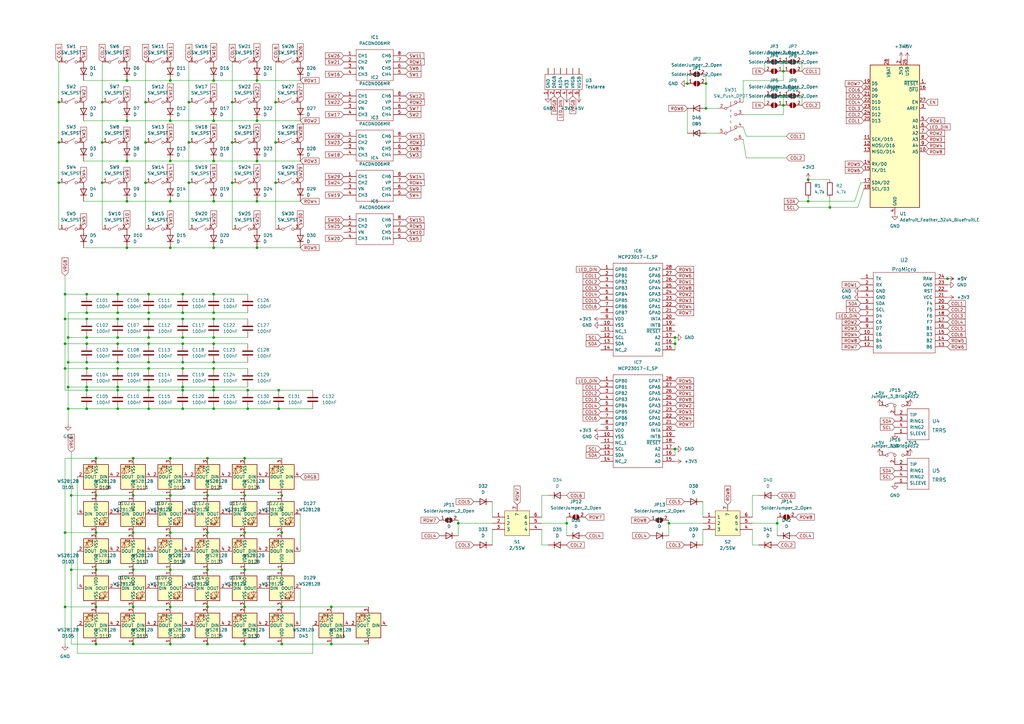
<source format=kicad_sch>
(kicad_sch (version 20211123) (generator eeschema)
  (paper "A3")
  (title_block (title "Hatchet v1"))
  (junction (at 27.94 158.75))
  (junction (at 35.56 151.13))
  (junction (at 35.56 140.97))
  (junction (at 54.61 203.2))
  (junction (at 276.86 138.43))
  (junction (at 321.31 25.4))
  (junction (at 87.63 130.81))
  (junction (at 41.91 41.91))
  (junction (at 85.09 187.96))
  (junction (at 24.13 41.91))
  (junction (at 85.09 264.16))
  (junction (at 87.63 140.97))
  (junction (at 87.63 101.6))
  (junction (at 289.56 44.45))
  (junction (at 69.85 248.92))
  (junction (at 26.67 140.97))
  (junction (at 85.09 218.44))
  (junction (at 60.96 140.97))
  (junction (at 39.37 203.2))
  (junction (at 87.63 151.13))
  (junction (at 60.96 160.02))
  (junction (at 48.26 140.97))
  (junction (at 69.85 203.2))
  (junction (at 77.47 74.93))
  (junction (at 48.26 167.64))
  (junction (at 69.85 101.6))
  (junction (at 115.57 248.92))
  (junction (at 114.3 167.64))
  (junction (at 113.03 74.93))
  (junction (at 101.6 167.64))
  (junction (at 87.63 66.04))
  (junction (at 74.93 138.43))
  (junction (at 232.41 214.63))
  (junction (at 74.93 151.13))
  (junction (at 101.6 160.02))
  (junction (at 54.61 264.16))
  (junction (at 39.37 233.68))
  (junction (at 39.37 218.44))
  (junction (at 105.41 101.6))
  (junction (at 48.26 151.13))
  (junction (at 35.56 160.02))
  (junction (at 60.96 130.81))
  (junction (at 87.63 158.75))
  (junction (at 26.67 120.65))
  (junction (at 74.93 128.27))
  (junction (at 26.67 218.44))
  (junction (at 281.94 34.29))
  (junction (at 87.63 120.65))
  (junction (at 27.94 167.64))
  (junction (at 74.93 148.59))
  (junction (at 87.63 167.64))
  (junction (at 100.33 264.16))
  (junction (at 60.96 128.27))
  (junction (at 69.85 218.44))
  (junction (at 77.47 41.91))
  (junction (at 105.41 66.04))
  (junction (at 35.56 158.75))
  (junction (at 35.56 138.43))
  (junction (at 105.41 33.02))
  (junction (at 59.69 41.91))
  (junction (at 69.85 187.96))
  (junction (at 87.63 33.02))
  (junction (at 331.47 82.55))
  (junction (at 113.03 41.91))
  (junction (at 77.47 58.42))
  (junction (at 115.57 264.16))
  (junction (at 87.63 82.55))
  (junction (at 41.91 58.42))
  (junction (at 27.94 148.59))
  (junction (at 114.3 160.02))
  (junction (at 60.96 151.13))
  (junction (at 321.31 39.37))
  (junction (at 85.09 248.92))
  (junction (at 87.63 49.53))
  (junction (at 318.77 214.63))
  (junction (at 87.63 128.27))
  (junction (at 135.89 264.16))
  (junction (at 39.37 264.16))
  (junction (at 85.09 203.2))
  (junction (at 276.86 140.97))
  (junction (at 113.03 58.42))
  (junction (at 39.37 187.96))
  (junction (at 100.33 187.96))
  (junction (at 59.69 58.42))
  (junction (at 331.47 73.66))
  (junction (at 388.62 114.3))
  (junction (at 69.85 233.68))
  (junction (at 48.26 158.75))
  (junction (at 69.85 264.16))
  (junction (at 135.89 248.92))
  (junction (at 60.96 158.75))
  (junction (at 276.86 184.15))
  (junction (at 54.61 233.68))
  (junction (at 105.41 49.53))
  (junction (at 74.93 140.97))
  (junction (at 54.61 187.96))
  (junction (at 59.69 74.93))
  (junction (at 87.63 160.02))
  (junction (at 39.37 248.92))
  (junction (at 321.31 43.18))
  (junction (at 26.67 248.92))
  (junction (at 52.07 82.55))
  (junction (at 24.13 58.42))
  (junction (at 48.26 160.02))
  (junction (at 41.91 74.93))
  (junction (at 35.56 120.65))
  (junction (at 115.57 218.44))
  (junction (at 115.57 233.68))
  (junction (at 60.96 148.59))
  (junction (at 26.67 130.81))
  (junction (at 52.07 101.6))
  (junction (at 74.93 160.02))
  (junction (at 52.07 49.53))
  (junction (at 26.67 151.13))
  (junction (at 100.33 203.2))
  (junction (at 69.85 82.55))
  (junction (at 69.85 49.53))
  (junction (at 87.63 138.43))
  (junction (at 100.33 218.44))
  (junction (at 35.56 148.59))
  (junction (at 74.93 130.81))
  (junction (at 95.25 74.93))
  (junction (at 35.56 167.64))
  (junction (at 27.94 138.43))
  (junction (at 274.32 214.63))
  (junction (at 48.26 148.59))
  (junction (at 69.85 66.04))
  (junction (at 29.21 203.2))
  (junction (at 100.33 233.68))
  (junction (at 35.56 128.27))
  (junction (at 52.07 33.02))
  (junction (at 54.61 218.44))
  (junction (at 54.61 248.92))
  (junction (at 60.96 138.43))
  (junction (at 187.96 214.63))
  (junction (at 289.56 34.29))
  (junction (at 60.96 167.64))
  (junction (at 100.33 248.92))
  (junction (at 105.41 82.55))
  (junction (at 74.93 120.65))
  (junction (at 69.85 33.02))
  (junction (at 29.21 233.68))
  (junction (at 85.09 233.68))
  (junction (at 24.13 74.93))
  (junction (at 60.96 120.65))
  (junction (at 48.26 130.81))
  (junction (at 52.07 66.04))
  (junction (at 74.93 158.75))
  (junction (at 87.63 148.59))
  (junction (at 48.26 128.27))
  (junction (at 321.31 29.21))
  (junction (at 48.26 138.43))
  (junction (at 35.56 130.81))
  (junction (at 95.25 58.42))
  (junction (at 340.36 85.09))
  (junction (at 48.26 120.65))
  (junction (at 115.57 203.2))
  (junction (at 95.25 41.91))
  (junction (at 74.93 167.64))
  (wire (pts (xy 288.29 223.52) (xy 288.29 217.17)))
  (wire (pts (xy 27.94 128.27) (xy 27.94 138.43)))
  (wire (pts (xy 60.96 158.75) (xy 74.93 158.75)))
  (wire (pts (xy 321.31 46.99) (xy 321.31 43.18)))
  (wire (pts (xy 39.37 203.2) (xy 29.21 203.2)))
  (wire (pts (xy 113.03 41.91) (xy 113.03 58.42)))
  (wire (pts (xy 69.85 203.2) (xy 85.09 203.2)))
  (wire (pts (xy 304.8 33.02) (xy 321.31 33.02)))
  (wire (pts (xy 29.21 233.68) (xy 29.21 203.2)))
  (wire (pts (xy 328.93 25.4) (xy 328.93 29.21)))
  (wire (pts (xy 101.6 167.64) (xy 114.3 167.64)))
  (wire (pts (xy 95.25 58.42) (xy 95.25 74.93)))
  (wire (pts (xy 101.6 130.81) (xy 87.63 130.81)))
  (wire (pts (xy 321.31 33.02) (xy 321.31 29.21)))
  (wire (pts (xy 69.85 264.16) (xy 54.61 264.16)))
  (wire (pts (xy 35.56 120.65) (xy 26.67 120.65)))
  (wire (pts (xy 54.61 187.96) (xy 69.85 187.96)))
  (wire (pts (xy 26.67 140.97) (xy 26.67 130.81)))
  (wire (pts (xy 281.94 30.48) (xy 281.94 34.29)))
  (wire (pts (xy 26.67 218.44) (xy 39.37 218.44)))
  (wire (pts (xy 26.67 120.65) (xy 26.67 113.03)))
  (wire (pts (xy 113.03 74.93) (xy 113.03 93.98)))
  (wire (pts (xy 113.03 25.4) (xy 113.03 41.91)))
  (wire (pts (xy 27.94 138.43) (xy 35.56 138.43)))
  (wire (pts (xy 101.6 148.59) (xy 87.63 148.59)))
  (wire (pts (xy 26.67 140.97) (xy 35.56 140.97)))
  (wire (pts (xy 48.26 160.02) (xy 35.56 160.02)))
  (wire (pts (xy 87.63 49.53) (xy 105.41 49.53)))
  (wire (pts (xy 232.41 219.71) (xy 232.41 214.63)))
  (wire (pts (xy 276.86 138.43) (xy 276.86 140.97)))
  (wire (pts (xy 87.63 66.04) (xy 105.41 66.04)))
  (wire (pts (xy 48.26 138.43) (xy 60.96 138.43)))
  (wire (pts (xy 85.09 187.96) (xy 100.33 187.96)))
  (wire (pts (xy 85.09 218.44) (xy 85.09 217.17)))
  (wire (pts (xy 328.93 39.37) (xy 328.93 43.18)))
  (wire (pts (xy 105.41 101.6) (xy 123.19 101.6)))
  (wire (pts (xy 201.93 223.52) (xy 201.93 217.17)))
  (wire (pts (xy 187.96 214.63) (xy 187.96 219.71)))
  (wire (pts (xy 281.94 44.45) (xy 281.94 54.61)))
  (wire (pts (xy 48.26 151.13) (xy 35.56 151.13)))
  (wire (pts (xy 69.85 218.44) (xy 54.61 218.44)))
  (wire (pts (xy 35.56 158.75) (xy 48.26 158.75)))
  (wire (pts (xy 69.85 248.92) (xy 54.61 248.92)))
  (wire (pts (xy 26.67 187.96) (xy 26.67 218.44)))
  (wire (pts (xy 311.15 223.52) (xy 308.61 223.52)))
  (wire (pts (xy 100.33 187.96) (xy 115.57 187.96)))
  (wire (pts (xy 87.63 33.02) (xy 105.41 33.02)))
  (wire (pts (xy 35.56 167.64) (xy 48.26 167.64)))
  (wire (pts (xy 69.85 33.02) (xy 87.63 33.02)))
  (wire (pts (xy 100.33 218.44) (xy 85.09 218.44)))
  (wire (pts (xy 331.47 73.66) (xy 340.36 73.66)))
  (wire (pts (xy 34.29 66.04) (xy 52.07 66.04)))
  (wire (pts (xy 77.47 25.4) (xy 77.47 41.91)))
  (wire (pts (xy 318.77 212.09) (xy 318.77 214.63)))
  (wire (pts (xy 52.07 33.02) (xy 69.85 33.02)))
  (wire (pts (xy 27.94 138.43) (xy 27.94 148.59)))
  (wire (pts (xy 87.63 151.13) (xy 74.93 151.13)))
  (wire (pts (xy 29.21 203.2) (xy 29.21 185.42)))
  (wire (pts (xy 87.63 82.55) (xy 105.41 82.55)))
  (wire (pts (xy 26.67 151.13) (xy 35.56 151.13)))
  (wire (pts (xy 48.26 158.75) (xy 60.96 158.75)))
  (wire (pts (xy 24.13 58.42) (xy 24.13 74.93)))
  (wire (pts (xy 340.36 85.09) (xy 351.79 85.09)))
  (wire (pts (xy 52.07 49.53) (xy 69.85 49.53)))
  (wire (pts (xy 135.89 264.16) (xy 151.13 264.16)))
  (wire (pts (xy 101.6 151.13) (xy 87.63 151.13)))
  (wire (pts (xy 39.37 187.96) (xy 54.61 187.96)))
  (wire (pts (xy 187.96 213.36) (xy 187.96 214.63)))
  (wire (pts (xy 31.75 195.58) (xy 31.75 210.82)))
  (wire (pts (xy 60.96 148.59) (xy 48.26 148.59)))
  (wire (pts (xy 288.29 205.74) (xy 288.29 212.09)))
  (wire (pts (xy 87.63 128.27) (xy 74.93 128.27)))
  (wire (pts (xy 288.29 214.63) (xy 274.32 214.63)))
  (wire (pts (xy 41.91 41.91) (xy 41.91 58.42)))
  (wire (pts (xy 85.09 248.92) (xy 69.85 248.92)))
  (wire (pts (xy 59.69 41.91) (xy 59.69 58.42)))
  (wire (pts (xy 39.37 233.68) (xy 29.21 233.68)))
  (wire (pts (xy 101.6 140.97) (xy 87.63 140.97)))
  (wire (pts (xy 35.56 160.02) (xy 26.67 160.02)))
  (wire (pts (xy 27.94 158.75) (xy 27.94 167.64)))
  (wire (pts (xy 52.07 101.6) (xy 69.85 101.6)))
  (wire (pts (xy 41.91 74.93) (xy 41.91 93.98)))
  (wire (pts (xy 39.37 264.16) (xy 29.21 264.16)))
  (wire (pts (xy 74.93 140.97) (xy 60.96 140.97)))
  (wire (pts (xy 69.85 49.53) (xy 87.63 49.53)))
  (wire (pts (xy 353.06 74.93) (xy 354.33 74.93)))
  (wire (pts (xy 69.85 82.55) (xy 87.63 82.55)))
  (wire (pts (xy 27.94 167.64) (xy 35.56 167.64)))
  (wire (pts (xy 222.25 223.52) (xy 222.25 217.17)))
  (wire (pts (xy 105.41 66.04) (xy 123.19 66.04)))
  (wire (pts (xy 87.63 158.75) (xy 101.6 158.75)))
  (wire (pts (xy 304.8 46.99) (xy 321.31 46.99)))
  (wire (pts (xy 128.27 160.02) (xy 114.3 160.02)))
  (wire (pts (xy 304.8 52.07) (xy 306.07 55.88)))
  (wire (pts (xy 100.33 203.2) (xy 115.57 203.2)))
  (wire (pts (xy 318.77 219.71) (xy 318.77 214.63)))
  (wire (pts (xy 74.93 128.27) (xy 60.96 128.27)))
  (wire (pts (xy 222.25 203.2) (xy 222.25 212.09)))
  (wire (pts (xy 59.69 25.4) (xy 59.69 41.91)))
  (wire (pts (xy 87.63 130.81) (xy 74.93 130.81)))
  (wire (pts (xy 311.15 203.2) (xy 308.61 203.2)))
  (wire (pts (xy 87.63 138.43) (xy 101.6 138.43)))
  (wire (pts (xy 31.75 267.97) (xy 128.27 267.97)))
  (wire (pts (xy 24.13 41.91) (xy 24.13 58.42)))
  (wire (pts (xy 115.57 264.16) (xy 100.33 264.16)))
  (wire (pts (xy 60.96 128.27) (xy 48.26 128.27)))
  (wire (pts (xy 77.47 74.93) (xy 77.47 93.98)))
  (wire (pts (xy 340.36 81.28) (xy 340.36 85.09)))
  (wire (pts (xy 35.56 130.81) (xy 26.67 130.81)))
  (wire (pts (xy 69.85 233.68) (xy 54.61 233.68)))
  (wire (pts (xy 26.67 218.44) (xy 26.67 248.92)))
  (wire (pts (xy 48.26 128.27) (xy 35.56 128.27)))
  (wire (pts (xy 35.56 148.59) (xy 27.94 148.59)))
  (wire (pts (xy 274.32 213.36) (xy 274.32 214.63)))
  (wire (pts (xy 95.25 25.4) (xy 95.25 41.91)))
  (wire (pts (xy 105.41 49.53) (xy 123.19 49.53)))
  (wire (pts (xy 74.93 167.64) (xy 87.63 167.64)))
  (wire (pts (xy 74.93 130.81) (xy 60.96 130.81)))
  (wire (pts (xy 105.41 82.55) (xy 123.19 82.55)))
  (wire (pts (xy 69.85 187.96) (xy 85.09 187.96)))
  (wire (pts (xy 54.61 218.44) (xy 39.37 218.44)))
  (wire (pts (xy 115.57 248.92) (xy 135.89 248.92)))
  (wire (pts (xy 113.03 58.42) (xy 113.03 74.93)))
  (wire (pts (xy 74.93 138.43) (xy 87.63 138.43)))
  (wire (pts (xy 115.57 248.92) (xy 100.33 248.92)))
  (wire (pts (xy 313.69 25.4) (xy 313.69 29.21)))
  (wire (pts (xy 54.61 264.16) (xy 39.37 264.16)))
  (wire (pts (xy 135.89 248.92) (xy 151.13 248.92)))
  (wire (pts (xy 39.37 203.2) (xy 54.61 203.2)))
  (wire (pts (xy 35.56 128.27) (xy 27.94 128.27)))
  (wire (pts (xy 26.67 130.81) (xy 26.67 120.65)))
  (wire (pts (xy 31.75 226.06) (xy 31.75 241.3)))
  (wire (pts (xy 100.33 248.92) (xy 85.09 248.92)))
  (wire (pts (xy 123.19 241.3) (xy 123.19 256.54)))
  (wire (pts (xy 60.96 138.43) (xy 74.93 138.43)))
  (wire (pts (xy 48.26 140.97) (xy 35.56 140.97)))
  (wire (pts (xy 101.6 120.65) (xy 87.63 120.65)))
  (wire (pts (xy 34.29 101.6) (xy 52.07 101.6)))
  (wire (pts (xy 27.94 167.64) (xy 27.94 173.99)))
  (wire (pts (xy 306.07 55.88) (xy 322.58 55.88)))
  (wire (pts (xy 114.3 167.64) (xy 128.27 167.64)))
  (wire (pts (xy 289.56 30.48) (xy 289.56 34.29)))
  (wire (pts (xy 331.47 82.55) (xy 350.52 82.55)))
  (wire (pts (xy 321.31 25.4) (xy 321.31 29.21)))
  (wire (pts (xy 35.56 138.43) (xy 48.26 138.43)))
  (wire (pts (xy 34.29 49.53) (xy 52.07 49.53)))
  (wire (pts (xy 48.26 130.81) (xy 35.56 130.81)))
  (wire (pts (xy 60.96 160.02) (xy 48.26 160.02)))
  (wire (pts (xy 289.56 54.61) (xy 294.64 54.61)))
  (wire (pts (xy 87.63 101.6) (xy 105.41 101.6)))
  (wire (pts (xy 29.21 264.16) (xy 29.21 233.68)))
  (wire (pts (xy 201.93 205.74) (xy 201.93 212.09)))
  (wire (pts (xy 100.33 264.16) (xy 85.09 264.16)))
  (wire (pts (xy 54.61 248.92) (xy 39.37 248.92)))
  (wire (pts (xy 321.31 39.37) (xy 321.31 43.18)))
  (wire (pts (xy 34.29 82.55) (xy 52.07 82.55)))
  (wire (pts (xy 85.09 218.44) (xy 69.85 218.44)))
  (wire (pts (xy 274.32 214.63) (xy 274.32 219.71)))
  (wire (pts (xy 289.56 44.45) (xy 294.64 44.45)))
  (wire (pts (xy 74.93 151.13) (xy 60.96 151.13)))
  (wire (pts (xy 101.6 160.02) (xy 87.63 160.02)))
  (wire (pts (xy 115.57 264.16) (xy 135.89 264.16)))
  (wire (pts (xy 69.85 101.6) (xy 87.63 101.6)))
  (wire (pts (xy 60.96 167.64) (xy 74.93 167.64)))
  (wire (pts (xy 52.07 66.04) (xy 69.85 66.04)))
  (wire (pts (xy 308.61 203.2) (xy 308.61 212.09)))
  (wire (pts (xy 232.41 212.09) (xy 232.41 214.63)))
  (wire (pts (xy 87.63 167.64) (xy 101.6 167.64)))
  (wire (pts (xy 74.93 158.75) (xy 87.63 158.75)))
  (wire (pts (xy 306.07 64.77) (xy 304.8 57.15)))
  (wire (pts (xy 24.13 25.4) (xy 24.13 41.91)))
  (wire (pts (xy 69.85 66.04) (xy 87.63 66.04)))
  (wire (pts (xy 85.09 264.16) (xy 69.85 264.16)))
  (wire (pts (xy 48.26 120.65) (xy 35.56 120.65)))
  (wire (pts (xy 331.47 81.28) (xy 331.47 82.55)))
  (wire (pts (xy 31.75 256.54) (xy 31.75 267.97)))
  (wire (pts (xy 87.63 140.97) (xy 74.93 140.97)))
  (wire (pts (xy 48.26 148.59) (xy 35.56 148.59)))
  (wire (pts (xy 306.07 64.77) (xy 322.58 64.77)))
  (wire (pts (xy 276.86 140.97) (xy 276.86 143.51)))
  (wire (pts (xy 128.27 267.97) (xy 128.27 256.54)))
  (wire (pts (xy 41.91 25.4) (xy 41.91 41.91)))
  (wire (pts (xy 327.66 85.09) (xy 340.36 85.09)))
  (wire (pts (xy 41.91 58.42) (xy 41.91 74.93)))
  (wire (pts (xy 48.26 167.64) (xy 60.96 167.64)))
  (wire (pts (xy 77.47 58.42) (xy 77.47 74.93)))
  (wire (pts (xy 313.69 39.37) (xy 313.69 43.18)))
  (wire (pts (xy 34.29 33.02) (xy 52.07 33.02)))
  (wire (pts (xy 39.37 248.92) (xy 26.67 248.92)))
  (wire (pts (xy 87.63 148.59) (xy 74.93 148.59)))
  (wire (pts (xy 26.67 248.92) (xy 26.67 264.16)))
  (wire (pts (xy 60.96 140.97) (xy 48.26 140.97)))
  (wire (pts (xy 87.63 160.02) (xy 74.93 160.02)))
  (wire (pts (xy 308.61 223.52) (xy 308.61 217.17)))
  (wire (pts (xy 201.93 214.63) (xy 187.96 214.63)))
  (wire (pts (xy 60.96 120.65) (xy 48.26 120.65)))
  (wire (pts (xy 289.56 34.29) (xy 289.56 44.45)))
  (wire (pts (xy 26.67 151.13) (xy 26.67 140.97)))
  (wire (pts (xy 87.63 120.65) (xy 74.93 120.65)))
  (wire (pts (xy 351.79 85.09) (xy 354.33 77.47)))
  (wire (pts (xy 59.69 58.42) (xy 59.69 74.93)))
  (wire (pts (xy 350.52 82.55) (xy 353.06 74.93)))
  (wire (pts (xy 114.3 160.02) (xy 101.6 160.02)))
  (wire (pts (xy 27.94 158.75) (xy 35.56 158.75)))
  (wire (pts (xy 39.37 187.96) (xy 26.67 187.96)))
  (wire (pts (xy 115.57 218.44) (xy 100.33 218.44)))
  (wire (pts (xy 224.79 223.52) (xy 222.25 223.52)))
  (wire (pts (xy 74.93 148.59) (xy 60.96 148.59)))
  (wire (pts (xy 327.66 82.55) (xy 331.47 82.55)))
  (wire (pts (xy 304.8 41.91) (xy 304.8 33.02)))
  (wire (pts (xy 60.96 151.13) (xy 48.26 151.13)))
  (wire (pts (xy 105.41 33.02) (xy 123.19 33.02)))
  (wire (pts (xy 95.25 41.91) (xy 95.25 58.42)))
  (wire (pts (xy 100.33 233.68) (xy 85.09 233.68)))
  (wire (pts (xy 54.61 233.68) (xy 39.37 233.68)))
  (wire (pts (xy 95.25 74.93) (xy 95.25 93.98)))
  (wire (pts (xy 27.94 148.59) (xy 27.94 158.75)))
  (wire (pts (xy 77.47 41.91) (xy 77.47 58.42)))
  (wire (pts (xy 276.86 184.15) (xy 276.86 186.69)))
  (wire (pts (xy 85.09 233.68) (xy 69.85 233.68)))
  (wire (pts (xy 24.13 74.93) (xy 24.13 93.98)))
  (wire (pts (xy 318.77 214.63) (xy 308.61 214.63)))
  (wire (pts (xy 123.19 210.82) (xy 123.19 226.06)))
  (wire (pts (xy 74.93 160.02) (xy 60.96 160.02)))
  (wire (pts (xy 101.6 128.27) (xy 87.63 128.27)))
  (wire (pts (xy 115.57 233.68) (xy 100.33 233.68)))
  (wire (pts (xy 74.93 120.65) (xy 60.96 120.65)))
  (wire (pts (xy 224.79 203.2) (xy 222.25 203.2)))
  (wire (pts (xy 54.61 203.2) (xy 69.85 203.2)))
  (wire (pts (xy 85.09 203.2) (xy 100.33 203.2)))
  (wire (pts (xy 232.41 214.63) (xy 222.25 214.63)))
  (wire (pts (xy 52.07 82.55) (xy 69.85 82.55)))
  (wire (pts (xy 26.67 160.02) (xy 26.67 151.13)))
  (wire (pts (xy 59.69 74.93) (xy 59.69 93.98)))
  (wire (pts (xy 60.96 130.81) (xy 48.26 130.81)))
  (global_label "ROW4" (shape input) (at 353.06 137.16 180) (property "Intersheet References" "${INTERSHEET_REFS}" (effects hide)))
  (global_label "SW12" (shape input) (at 166.37 39.37 0) (property "Intersheet References" "${INTERSHEET_REFS}" (effects hide)))
  (global_label "SDA" (shape input) (at 353.06 124.46 180) (property "Intersheet References" "${INTERSHEET_REFS}" (effects hide)))
  (global_label "SW7" (shape input) (at 52.07 41.91 90) (property "Intersheet References" "${INTERSHEET_REFS}" (effects hide)))
  (global_label "SW7" (shape input) (at 166.37 44.45 0) (property "Intersheet References" "${INTERSHEET_REFS}" (effects hide)))
  (global_label "COL3" (shape input) (at 280.67 223.52 180) (property "Intersheet References" "${INTERSHEET_REFS}" (effects hide)))
  (global_label "COL6" (shape input) (at 318.77 203.2 0) (property "Intersheet References" "${INTERSHEET_REFS}" (effects hide)))
  (global_label "COL5" (shape input) (at 246.38 123.19 180) (property "Intersheet References" "${INTERSHEET_REFS}" (effects hide)))
  (global_label "SW3" (shape input) (at 34.29 58.42 90) (property "Intersheet References" "${INTERSHEET_REFS}" (effects hide)))
  (global_label "ROW8" (shape input) (at 266.7 213.36 180) (property "Intersheet References" "${INTERSHEET_REFS}" (effects hide)))
  (global_label "ROW7" (shape input) (at 212.09 207.01 90) (property "Intersheet References" "${INTERSHEET_REFS}" (effects hide)))
  (global_label "SCL" (shape input) (at 246.38 138.43 180) (property "Intersheet References" "${INTERSHEET_REFS}" (effects hide)))
  (global_label "ROW5" (shape input) (at 123.19 101.6 0) (property "Intersheet References" "${INTERSHEET_REFS}" (effects hide)))
  (global_label "SW30" (shape input) (at 140.97 90.17 180) (property "Intersheet References" "${INTERSHEET_REFS}" (effects hide)))
  (global_label "SW9" (shape input) (at 166.37 77.47 0) (property "Intersheet References" "${INTERSHEET_REFS}" (effects hide)))
  (global_label "SW2" (shape input) (at 34.29 41.91 90) (property "Intersheet References" "${INTERSHEET_REFS}" (effects hide)))
  (global_label "COL5" (shape input) (at 246.38 168.91 180) (property "Intersheet References" "${INTERSHEET_REFS}" (effects hide)))
  (global_label "ROW8" (shape input) (at 326.39 212.09 0) (property "Intersheet References" "${INTERSHEET_REFS}" (effects hide)))
  (global_label "COL3" (shape input) (at 246.38 163.83 180) (property "Intersheet References" "${INTERSHEET_REFS}" (effects hide)))
  (global_label "COL6" (shape input) (at 232.41 203.2 0) (property "Intersheet References" "${INTERSHEET_REFS}" (effects hide)))
  (global_label "SW16" (shape input) (at 87.63 25.4 90) (property "Intersheet References" "${INTERSHEET_REFS}" (effects hide)))
  (global_label "COL2" (shape input) (at 232.41 223.52 0) (property "Intersheet References" "${INTERSHEET_REFS}" (effects hide)))
  (global_label "LED_DIN" (shape input) (at 229.87 39.37 270) (property "Intersheet References" "${INTERSHEET_REFS}" (effects hide)))
  (global_label "ROW8" (shape input) (at 379.73 62.23 0) (property "Intersheet References" "${INTERSHEET_REFS}" (effects hide)))
  (global_label "SW6" (shape input) (at 166.37 27.94 0) (property "Intersheet References" "${INTERSHEET_REFS}" (effects hide)))
  (global_label "COL4" (shape input) (at 266.7 219.71 180) (property "Intersheet References" "${INTERSHEET_REFS}" (effects hide)))
  (global_label "EN" (shape input) (at 313.69 29.21 180) (property "Intersheet References" "${INTERSHEET_REFS}" (effects hide)))
  (global_label "COL4" (shape input) (at 246.38 166.37 180) (property "Intersheet References" "${INTERSHEET_REFS}" (effects hide)))
  (global_label "LED_DIN" (shape input) (at 246.38 156.21 180) (property "Intersheet References" "${INTERSHEET_REFS}" (effects hide)))
  (global_label "ROW4" (shape input) (at 276.86 171.45 0) (property "Intersheet References" "${INTERSHEET_REFS}" (effects hide)))
  (global_label "SW25" (shape input) (at 105.41 93.98 90) (property "Intersheet References" "${INTERSHEET_REFS}" (effects hide)))
  (global_label "SW20" (shape input) (at 87.63 93.98 90) (property "Intersheet References" "${INTERSHEET_REFS}" (effects hide)))
  (global_label "SW12" (shape input) (at 69.85 41.91 90) (property "Intersheet References" "${INTERSHEET_REFS}" (effects hide)))
  (global_label "SW21" (shape input) (at 140.97 25.4 180) (property "Intersheet References" "${INTERSHEET_REFS}" (effects hide)))
  (global_label "SDA" (shape input) (at 367.03 172.72 180) (property "Intersheet References" "${INTERSHEET_REFS}" (effects hide)))
  (global_label "ROW3" (shape input) (at 276.86 168.91 0) (property "Intersheet References" "${INTERSHEET_REFS}" (effects hide)))
  (global_label "COL1" (shape input) (at 24.13 25.4 90) (property "Intersheet References" "${INTERSHEET_REFS}" (effects hide)))
  (global_label "ROW6" (shape input) (at 276.86 113.03 0) (property "Intersheet References" "${INTERSHEET_REFS}" (effects hide)))
  (global_label "SW1" (shape input) (at 166.37 30.48 0) (property "Intersheet References" "${INTERSHEET_REFS}" (effects hide)))
  (global_label "ROW7" (shape input) (at 276.86 173.99 0) (property "Intersheet References" "${INTERSHEET_REFS}" (effects hide)))
  (global_label "SW8" (shape input) (at 166.37 60.96 0) (property "Intersheet References" "${INTERSHEET_REFS}" (effects hide)))
  (global_label "SW29" (shape input) (at 140.97 72.39 180) (property "Intersheet References" "${INTERSHEET_REFS}" (effects hide)))
  (global_label "ROW2" (shape input) (at 353.06 132.08 180) (property "Intersheet References" "${INTERSHEET_REFS}" (effects hide)))
  (global_label "SW11" (shape input) (at 69.85 25.4 90) (property "Intersheet References" "${INTERSHEET_REFS}" (effects hide)))
  (global_label "SW9" (shape input) (at 52.07 74.93 90) (property "Intersheet References" "${INTERSHEET_REFS}" (effects hide)))
  (global_label "COL5" (shape input) (at 95.25 25.4 90) (property "Intersheet References" "${INTERSHEET_REFS}" (effects hide)))
  (global_label "COL6" (shape input) (at 113.03 25.4 90) (property "Intersheet References" "${INTERSHEET_REFS}" (effects hide)))
  (global_label "SW14" (shape input) (at 166.37 72.39 0) (property "Intersheet References" "${INTERSHEET_REFS}" (effects hide)))
  (global_label "COL1" (shape input) (at 354.33 49.53 180) (property "Intersheet References" "${INTERSHEET_REFS}" (effects hide)))
  (global_label "ROW3" (shape input) (at 276.86 123.19 0) (property "Intersheet References" "${INTERSHEET_REFS}" (effects hide)))
  (global_label "ROW1" (shape input) (at 166.37 25.4 0) (property "Intersheet References" "${INTERSHEET_REFS}" (effects hide)))
  (global_label "COL2" (shape input) (at 354.33 46.99 180) (property "Intersheet References" "${INTERSHEET_REFS}" (effects hide)))
  (global_label "ROW1" (shape input) (at 379.73 49.53 0) (property "Intersheet References" "${INTERSHEET_REFS}" (effects hide)))
  (global_label "SCL" (shape input) (at 353.06 127 180) (property "Intersheet References" "${INTERSHEET_REFS}" (effects hide)))
  (global_label "COL1" (shape input) (at 322.58 55.88 0) (property "Intersheet References" "${INTERSHEET_REFS}" (effects hide)))
  (global_label "COL2" (shape input) (at 388.62 127 0) (property "Intersheet References" "${INTERSHEET_REFS}" (effects hide)))
  (global_label "SDA" (shape input) (at 327.66 82.55 180) (property "Intersheet References" "${INTERSHEET_REFS}" (effects hide)))
  (global_label "ROW2" (shape input) (at 123.19 49.53 0) (property "Intersheet References" "${INTERSHEET_REFS}" (effects hide)))
  (global_label "SW19" (shape input) (at 87.63 74.93 90) (property "Intersheet References" "${INTERSHEET_REFS}" (effects hide)))
  (global_label "COL5" (shape input) (at 388.62 134.62 0) (property "Intersheet References" "${INTERSHEET_REFS}" (effects hide)))
  (global_label "SW27" (shape input) (at 123.19 41.91 90) (property "Intersheet References" "${INTERSHEET_REFS}" (effects hide)))
  (global_label "DRGB" (shape input) (at 123.19 195.58 0) (property "Intersheet References" "${INTERSHEET_REFS}" (effects hide)))
  (global_label "SW26" (shape input) (at 140.97 22.86 180) (property "Intersheet References" "${INTERSHEET_REFS}" (effects hide)))
  (global_label "SDA" (shape input) (at 246.38 186.69 180) (property "Intersheet References" "${INTERSHEET_REFS}" (effects hide)))
  (global_label "VRGB" (shape input) (at 29.21 185.42 90) (property "Intersheet References" "${INTERSHEET_REFS}" (effects hide)))
  (global_label "SW24" (shape input) (at 140.97 74.93 180) (property "Intersheet References" "${INTERSHEET_REFS}" (effects hide)))
  (global_label "SW23" (shape input) (at 140.97 58.42 180) (property "Intersheet References" "${INTERSHEET_REFS}" (effects hide)))
  (global_label "ROW3" (shape input) (at 379.73 57.15 0) (property "Intersheet References" "${INTERSHEET_REFS}" (effects hide)))
  (global_label "COL4" (shape input) (at 246.38 120.65 180) (property "Intersheet References" "${INTERSHEET_REFS}" (effects hide)))
  (global_label "ROW5" (shape input) (at 354.33 67.31 180) (property "Intersheet References" "${INTERSHEET_REFS}" (effects hide)))
  (global_label "SW22" (shape input) (at 105.41 41.91 90) (property "Intersheet References" "${INTERSHEET_REFS}" (effects hide)))
  (global_label "SDA" (shape input) (at 367.03 193.04 180) (property "Intersheet References" "${INTERSHEET_REFS}" (effects hide)))
  (global_label "ROW2" (shape input) (at 276.86 166.37 0) (property "Intersheet References" "${INTERSHEET_REFS}" (effects hide)))
  (global_label "ROW3" (shape input) (at 353.06 134.62 180) (property "Intersheet References" "${INTERSHEET_REFS}" (effects hide)))
  (global_label "ROW1" (shape input) (at 276.86 115.57 0) (property "Intersheet References" "${INTERSHEET_REFS}" (effects hide)))
  (global_label "COL6" (shape input) (at 246.38 171.45 180) (property "Intersheet References" "${INTERSHEET_REFS}" (effects hide)))
  (global_label "ROW7" (shape input) (at 240.03 212.09 0) (property "Intersheet References" "${INTERSHEET_REFS}" (effects hide)))
  (global_label "LED_DIN" (shape input) (at 379.73 52.07 0) (property "Intersheet References" "${INTERSHEET_REFS}" (effects hide)))
  (global_label "COL1" (shape input) (at 246.38 158.75 180) (property "Intersheet References" "${INTERSHEET_REFS}" (effects hide)))
  (global_label "ROW6" (shape input) (at 276.86 158.75 0) (property "Intersheet References" "${INTERSHEET_REFS}" (effects hide)))
  (global_label "COL5" (shape input) (at 354.33 39.37 180) (property "Intersheet References" "${INTERSHEET_REFS}" (effects hide)))
  (global_label "ROW8" (shape input) (at 276.86 118.11 0) (property "Intersheet References" "${INTERSHEET_REFS}" (effects hide)))
  (global_label "SW4" (shape input) (at 166.37 80.01 0) (property "Intersheet References" "${INTERSHEET_REFS}" (effects hide)))
  (global_label "SW15" (shape input) (at 166.37 90.17 0) (property "Intersheet References" "${INTERSHEET_REFS}" (effects hide)))
  (global_label "ROW5" (shape input) (at 276.86 156.21 0) (property "Intersheet References" "${INTERSHEET_REFS}" (effects hide)))
  (global_label "ROW5" (shape input) (at 166.37 92.71 0) (property "Intersheet References" "${INTERSHEET_REFS}" (effects hide)))
  (global_label "SW1" (shape input) (at 34.29 25.4 90) (property "Intersheet References" "${INTERSHEET_REFS}" (effects hide)))
  (global_label "SW3" (shape input) (at 166.37 63.5 0) (property "Intersheet References" "${INTERSHEET_REFS}" (effects hide)))
  (global_label "SW22" (shape input) (at 140.97 41.91 180) (property "Intersheet References" "${INTERSHEET_REFS}" (effects hide)))
  (global_label "SW30" (shape input) (at 123.19 93.98 90) (property "Intersheet References" "${INTERSHEET_REFS}" (effects hide)))
  (global_label "COL2" (shape input) (at 246.38 115.57 180) (property "Intersheet References" "${INTERSHEET_REFS}" (effects hide)))
  (global_label "ROW6" (shape input) (at 388.62 142.24 0) (property "Intersheet References" "${INTERSHEET_REFS}" (effects hide)))
  (global_label "VRGB" (shape input) (at 234.95 39.37 270) (property "Intersheet References" "${INTERSHEET_REFS}" (effects hide)))
  (global_label "ROW3" (shape input) (at 123.19 66.04 0) (property "Intersheet References" "${INTERSHEET_REFS}" (effects hide)))
  (global_label "ROW2" (shape input) (at 276.86 120.65 0) (property "Intersheet References" "${INTERSHEET_REFS}" (effects hide)))
  (global_label "EN" (shape input) (at 313.69 43.18 180) (property "Intersheet References" "${INTERSHEET_REFS}" (effects hide)))
  (global_label "COL5" (shape input) (at 194.31 205.74 180) (property "Intersheet References" "${INTERSHEET_REFS}" (effects hide)))
  (global_label "COL3" (shape input) (at 388.62 129.54 0) (property "Intersheet References" "${INTERSHEET_REFS}" (effects hide)))
  (global_label "SW20" (shape input) (at 140.97 97.79 180) (property "Intersheet References" "${INTERSHEET_REFS}" (effects hide)))
  (global_label "COL3" (shape input) (at 194.31 223.52 180) (property "Intersheet References" "${INTERSHEET_REFS}" (effects hide)))
  (global_label "COL2" (shape input) (at 246.38 161.29 180) (property "Intersheet References" "${INTERSHEET_REFS}" (effects hide)))
  (global_label "COL3" (shape input) (at 246.38 118.11 180) (property "Intersheet References" "${INTERSHEET_REFS}" (effects hide)))
  (global_label "SW13" (shape input) (at 69.85 58.42 90) (property "Intersheet References" "${INTERSHEET_REFS}" (effects hide)))
  (global_label "COL2" (shape input) (at 41.91 25.4 90) (property "Intersheet References" "${INTERSHEET_REFS}" (effects hide)))
  (global_label "SW23" (shape input) (at 105.41 58.42 90) (property "Intersheet References" "${INTERSHEET_REFS}" (effects hide)))
  (global_label "ROW6" (shape input) (at 354.33 69.85 180) (property "Intersheet References" "${INTERSHEET_REFS}" (effects hide)))
  (global_label "COL4" (shape input) (at 388.62 132.08 0) (property "Intersheet References" "${INTERSHEET_REFS}" (effects hide)))
  (global_label "SW19" (shape input) (at 140.97 80.01 180) (property "Intersheet References" "${INTERSHEET_REFS}" (effects hide)))
  (global_label "SW2" (shape input) (at 166.37 46.99 0) (property "Intersheet References" "${INTERSHEET_REFS}" (effects hide)))
  (global_label "COL2" (shape input) (at 322.58 64.77 0) (property "Intersheet References" "${INTERSHEET_REFS}" (effects hide)))
  (global_label "SW29" (shape input) (at 123.19 74.93 90) (property "Intersheet References" "${INTERSHEET_REFS}" (effects hide)))
  (global_label "COL1" (shape input) (at 328.93 29.21 0) (property "Intersheet References" "${INTERSHEET_REFS}" (effects hide)))
  (global_label "ROW2" (shape input) (at 379.73 54.61 0) (property "Intersheet References" "${INTERSHEET_REFS}" (effects hide)))
  (global_label "ROW8" (shape input) (at 298.45 207.01 90) (property "Intersheet References" "${INTERSHEET_REFS}" (effects hide)))
  (global_label "ROW1" (shape input) (at 276.86 161.29 0) (property "Intersheet References" "${INTERSHEET_REFS}" (effects hide)))
  (global_label "COL5" (shape input) (at 280.67 205.74 180) (property "Intersheet References" "${INTERSHEET_REFS}" (effects hide)))
  (global_label "SW18" (shape input) (at 140.97 63.5 180) (property "Intersheet References" "${INTERSHEET_REFS}" (effects hide)))
  (global_label "SW5" (shape input) (at 166.37 97.79 0) (property "Intersheet References" "${INTERSHEET_REFS}" (effects hide)))
  (global_label "ROW1" (shape input) (at 353.06 116.84 180) (property "Intersheet References" "${INTERSHEET_REFS}" (effects hide)))
  (global_label "SCL" (shape input) (at 327.66 85.09 180) (property "Intersheet References" "${INTERSHEET_REFS}" (effects hide)))
  (global_label "COL4" (shape input) (at 77.47 25.4 90) (property "Intersheet References" "${INTERSHEET_REFS}" (effects hide)))
  (global_label "ROW4" (shape input) (at 379.73 59.69 0) (property "Intersheet References" "${INTERSHEET_REFS}" (effects hide)))
  (global_label "SW17" (shape input) (at 87.63 41.91 90) (property "Intersheet References" "${INTERSHEET_REFS}" (effects hide)))
  (global_label "COL4" (shape input) (at 180.34 219.71 180) (property "Intersheet References" "${INTERSHEET_REFS}" (effects hide)))
  (global_label "ROW4" (shape input) (at 166.37 74.93 0) (property "Intersheet References" "${INTERSHEET_REFS}" (effects hide)))
  (global_label "ROW7" (shape input) (at 353.06 142.24 180) (property "Intersheet References" "${INTERSHEET_REFS}" (effects hide)))
  (global_label "COL1" (shape input) (at 388.62 124.46 0) (property "Intersheet References" "${INTERSHEET_REFS}" (effects hide)))
  (global_label "COL2" (shape input) (at 318.77 223.52 0) (property "Intersheet References" "${INTERSHEET_REFS}" (effects hide)))
  (global_label "ROW7" (shape input) (at 354.33 34.29 180) (property "Intersheet References" "${INTERSHEET_REFS}" (effects hide)))
  (global_label "COL2" (shape input) (at 328.93 43.18 0) (property "Intersheet References" "${INTERSHEET_REFS}" (effects hide)))
  (global_label "SW17" (shape input) (at 140.97 46.99 180) (property "Intersheet References" "${INTERSHEET_REFS}" (effects hide)))
  (global_label "EN" (shape input) (at 379.73 41.91 0) (property "Intersheet References" "${INTERSHEET_REFS}" (effects hide)))
  (global_label "COL4" (shape input) (at 354.33 41.91 180) (property "Intersheet References" "${INTERSHEET_REFS}" (effects hide)))
  (global_label "COL4" (shape input) (at 240.03 219.71 0) (property "Intersheet References" "${INTERSHEET_REFS}" (effects hide)))
  (global_label "COL6" (shape input) (at 388.62 137.16 0) (property "Intersheet References" "${INTERSHEET_REFS}" (effects hide)))
  (global_label "SW28" (shape input) (at 140.97 55.88 180) (property "Intersheet References" "${INTERSHEET_REFS}" (effects hide)))
  (global_label "SW14" (shape input) (at 69.85 74.93 90) (property "Intersheet References" "${INTERSHEET_REFS}" (effects hide)))
  (global_label "COL4" (shape input) (at 326.39 219.71 0) (property "Intersheet References" "${INTERSHEET_REFS}" (effects hide)))
  (global_label "SW24" (shape input) (at 105.41 74.93 90) (property "Intersheet References" "${INTERSHEET_REFS}" (effects hide)))
  (global_label "ROW4" (shape input) (at 276.86 125.73 0) (property "Intersheet References" "${INTERSHEET_REFS}" (effects hide)))
  (global_label "ROW2" (shape input) (at 166.37 41.91 0) (property "Intersheet References" "${INTERSHEET_REFS}" (effects hide)))
  (global_label "SW15" (shape input) (at 69.85 93.98 90) (property "Intersheet References" "${INTERSHEET_REFS}" (effects hide)))
  (global_label "SW11" (shape input) (at 166.37 22.86 0) (property "Intersheet References" "${INTERSHEET_REFS}" (effects hide)))
  (global_label "SW27" (shape input) (at 140.97 39.37 180) (property "Intersheet References" "${INTERSHEET_REFS}" (effects hide)))
  (global_label "ROW8" (shape input) (at 276.86 163.83 0) (property "Intersheet References" "${INTERSHEET_REFS}" (effects hide)))
  (global_label "SCL" (shape input) (at 367.03 175.26 180) (property "Intersheet References" "${INTERSHEET_REFS}" (effects hide)))
  (global_label "SW28" (shape input) (at 123.19 58.42 90) (property "Intersheet References" "${INTERSHEET_REFS}" (effects hide)))
  (global_label "LED_DIN" (shape input) (at 246.38 110.49 180) (property "Intersheet References" "${INTERSHEET_REFS}" (effects hide)))
  (global_label "COL3" (shape input) (at 354.33 44.45 180) (property "Intersheet References" "${INTERSHEET_REFS}" (effects hide)))
  (global_label "ROW1" (shape input) (at 123.19 33.02 0) (property "Intersheet References" "${INTERSHEET_REFS}" (effects hide)))
  (global_label "ROW5" (shape input) (at 388.62 139.7 0) (property "Intersheet References" "${INTERSHEET_REFS}" (effects hide)))
  (global_label "DRGB" (shape input) (at 227.33 39.37 270) (property "Intersheet References" "${INTERSHEET_REFS}" (effects hide)))
  (global_label "SCL" (shape input) (at 367.03 195.58 180) (property "Intersheet References" "${INTERSHEET_REFS}" (effects hide)))
  (global_label "COL6" (shape input) (at 354.33 36.83 180) (property "Intersheet References" "${INTERSHEET_REFS}" (effects hide)))
  (global_label "SW4" (shape input) (at 34.29 74.93 90) (property "Intersheet References" "${INTERSHEET_REFS}" (effects hide)))
  (global_label "SW10" (shape input) (at 52.07 93.98 90) (property "Intersheet References" "${INTERSHEET_REFS}" (effects hide)))
  (global_label "SW13" (shape input) (at 166.37 55.88 0) (property "Intersheet References" "${INTERSHEET_REFS}" (effects hide)))
  (global_label "ROW7" (shape input) (at 180.34 213.36 180) (property "Intersheet References" "${INTERSHEET_REFS}" (effects hide)))
  (global_label "ROW7" (shape input) (at 276.86 128.27 0) (property "Intersheet References" "${INTERSHEET_REFS}" (effects hide)))
  (global_label "SW5" (shape input) (at 34.29 93.98 90) (property "Intersheet References" "${INTERSHEET_REFS}" (effects hide)))
  (global_label "SDA" (shape input) (at 246.38 140.97 180) (property "Intersheet References" "${INTERSHEET_REFS}" (effects hide)))
  (global_label "SW21" (shape input) (at 105.41 25.4 90) (property "Intersheet References" "${INTERSHEET_REFS}" (effects hide)))
  (global_label "COL1" (shape input) (at 246.38 113.03 180) (property "Intersheet References" "${INTERSHEET_REFS}" (effects hide)))
  (global_label "ROW4" (shape input) (at 123.19 82.55 0) (property "Intersheet References" "${INTERSHEET_REFS}" (effects hide)))
  (global_label "SW25" (shape input) (at 140.97 92.71 180) (property "Intersheet References" "${INTERSHEET_REFS}" (effects hide)))
  (global_label "SW8" (shape input) (at 52.07 58.42 90) (property "Intersheet References" "${INTERSHEET_REFS}" (effects hide)))
  (global_label "VRGB" (shape input) (at 26.67 113.03 90) (property "Intersheet References" "${INTERSHEET_REFS}" (effects hide)))
  (global_label "ROW6" (shape input) (at 281.94 44.45 180) (property "Intersheet References" "${INTERSHEET_REFS}" (effects hide)))
  (global_label "LED_DIN" (shape input) (at 353.06 129.54 180) (property "Intersheet References" "${INTERSHEET_REFS}" (effects hide)))
  (global_label "SW18" (shape input) (at 87.63 58.42 90) (property "Intersheet References" "${INTERSHEET_REFS}" (effects hide)))
  (global_label "COL3" (shape input) (at 59.69 25.4 90) (property "Intersheet References" "${INTERSHEET_REFS}" (effects hide)))
  (global_label "ROW8" (shape input) (at 353.06 139.7 180) (property "Intersheet References" "${INTERSHEET_REFS}" (effects hide)))
  (global_label "SW6" (shape input) (at 52.07 25.4 90) (property "Intersheet References" "${INTERSHEET_REFS}" (effects hide)))
  (global_label "SW26" (shape input) (at 123.19 25.4 90) (property "Intersheet References" "${INTERSHEET_REFS}" (effects hide)))
  (global_label "SW10" (shape input) (at 166.37 95.25 0) (property "Intersheet References" "${INTERSHEET_REFS}" (effects hide)))
  (global_label "COL6" (shape input) (at 246.38 125.73 180) (property "Intersheet References" "${INTERSHEET_REFS}" (effects hide)))
  (global_label "SW16" (shape input) (at 140.97 30.48 180) (property "Intersheet References" "${INTERSHEET_REFS}" (effects hide)))
  (global_label "SCL" (shape input) (at 246.38 184.15 180) (property "Intersheet References" "${INTERSHEET_REFS}" (effects hide)))
  (global_label "ROW3" (shape input) (at 166.37 58.42 0) (property "Intersheet References" "${INTERSHEET_REFS}" (effects hide)))
  (global_label "ROW5" (shape input) (at 276.86 110.49 0) (property "Intersheet References" "${INTERSHEET_REFS}" (effects hide)))
  (symbol (lib_id "Device:D") (at 123.19 62.23 90) (unit 1)
    (property "Reference" "D28" (at 125.73 60.9599 90) (effects (justify right)))
    (property "Value" "D" (at 125.73 63.4999 90) (effects (justify right)))
    (property "Footprint" "Stefan:D_0805_2012Metric_Pad1.18x1.45mm_HandSolder_Dual_Reversible" (effects hide))
  )
  (symbol (lib_id "Device:C") (at 101.6 134.62 0) (unit 1)
    (property "Reference" "C127" (at 105.41 133.3499 0) (effects (justify left)))
    (property "Value" "100nF" (at 105.41 135.8899 0) (effects (justify left)))
    (property "Footprint" "Stefan:C_0805_2012Metric_Pad1.18x1.45mm_HandSolder_Dual_Reversible" (effects hide))
  )
  (symbol (lib_id "Device:D") (at 123.19 29.21 90) (unit 1)
    (property "Reference" "D26" (at 125.73 27.9399 90) (effects (justify right)))
    (property "Value" "D" (at 125.73 30.4799 90) (effects (justify right)))
    (property "Footprint" "Stefan:D_0805_2012Metric_Pad1.18x1.45mm_HandSolder_Dual_Reversible" (effects hide))
  )
  (symbol (lib_id "LED:WS2812B") (at 100.33 241.3 0) (unit 1)
    (property "Reference" "D124" (at 111.76 236.9693 0))
    (property "Value" "WS2812B" (at 111.76 239.5093 0))
    (property "Footprint" "Stefan:SK6812-MINI-E_Reversible" (effects hide))
    (property "Datasheet" "https://cdn-shop.adafruit.com/datasheets/WS2812B.pdf" (effects hide))
  )
  (symbol (lib_id "Device:D") (at 284.48 223.52 180) (unit 1)
    (property "Reference" "D39" (at 284.48 217.17 0))
    (property "Value" "D" (at 284.48 219.71 0))
    (property "Footprint" "Stefan:D_0805_2012Metric_Pad1.18x1.45mm_HandSolder_Dual_Reversible" (effects hide))
  )
  (symbol (lib_id "LED:WS2812B") (at 85.09 210.82 0) (unit 1)
    (property "Reference" "D117" (at 96.52 206.4893 0))
    (property "Value" "WS2812B" (at 96.52 209.0293 0))
    (property "Footprint" "Stefan:SK6812-MINI-E_Reversible" (effects hide))
    (property "Datasheet" "https://cdn-shop.adafruit.com/datasheets/WS2812B.pdf" (effects hide))
  )
  (symbol (lib_id "power:GND") (at 276.86 184.15 90) (unit 1)
    (property "Reference" "#PWR022" (effects hide))
    (property "Value" "GND" (at 280.67 184.1499 90) (effects (justify right)))
  )
  (symbol (lib_id "Jumper:SolderJumper_2_Open") (at 317.5 43.18 180) (unit 1)
    (property "Reference" "JP6" (at 317.5 36.83 0))
    (property "Value" "SolderJumper_2_Open" (at 317.5 39.37 0))
    (property "Footprint" "Jumper:SolderJumper-2_P1.3mm_Open_TrianglePad1.0x1.5mm" (effects hide))
  )
  (symbol (lib_id "power:+3.3V") (at 232.41 39.37 180) (unit 1)
    (property "Reference" "#PWR023" (effects hide))
    (property "Value" "+3.3V" (at 232.41 44.45 0))
  )
  (symbol (lib_id "LED:WS2812B") (at 100.33 256.54 180) (unit 1)
    (property "Reference" "D125" (at 88.9 260.8707 0))
    (property "Value" "WS2812B" (at 88.9 258.3307 0))
    (property "Footprint" "Stefan:SK6812-MINI-E_Reversible" (effects hide))
    (property "Datasheet" "https://cdn-shop.adafruit.com/datasheets/WS2812B.pdf" (effects hide))
  )
  (symbol (lib_id "LED:WS2812B") (at 69.85 256.54 180) (unit 1)
    (property "Reference" "D115" (at 58.42 260.8707 0))
    (property "Value" "WS2812B" (at 58.42 258.3307 0))
    (property "Footprint" "Stefan:SK6812-MINI-E_Reversible" (effects hide))
    (property "Datasheet" "https://cdn-shop.adafruit.com/datasheets/WS2812B.pdf" (effects hide))
  )
  (symbol (lib_id "Device:C") (at 48.26 134.62 0) (unit 1)
    (property "Reference" "C107" (at 52.07 133.3499 0) (effects (justify left)))
    (property "Value" "100nF" (at 52.07 135.8899 0) (effects (justify left)))
    (property "Footprint" "Stefan:C_0805_2012Metric_Pad1.18x1.45mm_HandSolder_Dual_Reversible" (effects hide))
  )
  (symbol (lib_id "Device:D") (at 236.22 219.71 0) (unit 1)
    (property "Reference" "D36" (at 236.22 213.36 0))
    (property "Value" "D" (at 236.22 215.9 0))
    (property "Footprint" "Stefan:D_0805_2012Metric_Pad1.18x1.45mm_HandSolder_Dual" (effects hide))
  )
  (symbol (lib_id "power:+5V") (at 388.62 114.3 270) (unit 1)
    (property "Reference" "#PWR012" (effects hide))
    (property "Value" "+5V" (at 392.43 114.2999 90) (effects (justify left)))
  )
  (symbol (lib_id "Device:C") (at 48.26 154.94 0) (unit 1)
    (property "Reference" "C109" (at 52.07 153.6699 0) (effects (justify left)))
    (property "Value" "100nF" (at 52.07 156.2099 0) (effects (justify left)))
    (property "Footprint" "Stefan:C_0805_2012Metric_Pad1.18x1.45mm_HandSolder_Dual_Reversible" (effects hide))
  )
  (symbol (lib_id "Device:C") (at 60.96 134.62 0) (unit 1)
    (property "Reference" "C112" (at 64.77 133.3499 0) (effects (justify left)))
    (property "Value" "100nF" (at 64.77 135.8899 0) (effects (justify left)))
    (property "Footprint" "Stefan:C_0805_2012Metric_Pad1.18x1.45mm_HandSolder_Dual_Reversible" (effects hide))
  )
  (symbol (lib_id "Device:D") (at 34.29 62.23 90) (unit 1)
    (property "Reference" "D3" (at 36.83 60.9599 90) (effects (justify right)))
    (property "Value" "D" (at 36.83 63.4999 90) (effects (justify right)))
    (property "Footprint" "Stefan:D_0805_2012Metric_Pad1.18x1.45mm_HandSolder_Dual_Reversible" (effects hide))
  )
  (symbol (lib_id "power:+5V") (at 360.68 166.37 0) (unit 1)
    (property "Reference" "#PWR016" (effects hide))
    (property "Value" "+5V" (at 360.68 161.29 0))
  )
  (symbol (lib_id "LED:WS2812B") (at 85.09 195.58 180) (unit 1)
    (property "Reference" "D116" (at 73.66 199.9107 0))
    (property "Value" "WS2812B" (at 73.66 197.3707 0))
    (property "Footprint" "Stefan:SK6812-MINI-E_Reversible" (effects hide))
    (property "Datasheet" "https://cdn-shop.adafruit.com/datasheets/WS2812B.pdf" (effects hide))
  )
  (symbol (lib_id "Device:D") (at 314.96 203.2 0) (unit 1)
    (property "Reference" "D40" (at 314.96 196.85 0))
    (property "Value" "D" (at 314.96 199.39 0))
    (property "Footprint" "Stefan:D_0805_2012Metric_Pad1.18x1.45mm_HandSolder_Dual_Reversible" (effects hide))
  )
  (symbol (lib_id "Device:C") (at 74.93 144.78 0) (unit 1)
    (property "Reference" "C118" (at 78.74 143.5099 0) (effects (justify left)))
    (property "Value" "100nF" (at 78.74 146.0499 0) (effects (justify left)))
    (property "Footprint" "Stefan:C_0805_2012Metric_Pad1.18x1.45mm_HandSolder_Dual_Reversible" (effects hide))
  )
  (symbol (lib_id "power:+3.3V") (at 246.38 130.81 90) (unit 1)
    (property "Reference" "#PWR04" (effects hide))
    (property "Value" "+3.3V" (at 242.57 130.8099 90) (effects (justify left)))
  )
  (symbol (lib_id "LED:WS2812B") (at 69.85 241.3 0) (unit 1)
    (property "Reference" "D114" (at 81.28 236.9693 0))
    (property "Value" "WS2812B" (at 81.28 239.5093 0))
    (property "Footprint" "Stefan:SK6812-MINI-E_Reversible" (effects hide))
    (property "Datasheet" "https://cdn-shop.adafruit.com/datasheets/WS2812B.pdf" (effects hide))
  )
  (symbol (lib_id "power:+5V") (at 360.68 186.69 0) (unit 1)
    (property "Reference" "#PWR018" (effects hide))
    (property "Value" "+5V" (at 360.68 181.61 0))
  )
  (symbol (lib_id "Device:D") (at 105.41 78.74 90) (unit 1)
    (property "Reference" "D24" (at 107.95 77.4699 90) (effects (justify right)))
    (property "Value" "D" (at 107.95 80.0099 90) (effects (justify right)))
    (property "Footprint" "Stefan:D_0805_2012Metric_Pad1.18x1.45mm_HandSolder_Dual_Reversible" (effects hide))
  )
  (symbol (lib_id "Device:D") (at 123.19 78.74 90) (unit 1)
    (property "Reference" "D29" (at 125.73 77.4699 90) (effects (justify right)))
    (property "Value" "D" (at 125.73 80.0099 90) (effects (justify right)))
    (property "Footprint" "Stefan:D_0805_2012Metric_Pad1.18x1.45mm_HandSolder_Dual_Reversible" (effects hide))
  )
  (symbol (lib_id "Device:C") (at 35.56 144.78 0) (unit 1)
    (property "Reference" "C103" (at 39.37 143.5099 0) (effects (justify left)))
    (property "Value" "100nF" (at 39.37 146.0499 0) (effects (justify left)))
    (property "Footprint" "Stefan:C_0805_2012Metric_Pad1.18x1.45mm_HandSolder_Dual_Reversible" (effects hide))
  )
  (symbol (lib_id "Device:D") (at 105.41 62.23 90) (unit 1)
    (property "Reference" "D23" (at 107.95 60.9599 90) (effects (justify right)))
    (property "Value" "D" (at 107.95 63.4999 90) (effects (justify right)))
    (property "Footprint" "Stefan:D_0805_2012Metric_Pad1.18x1.45mm_HandSolder_Dual_Reversible" (effects hide))
  )
  (symbol (lib_id "Device:C") (at 48.26 163.83 0) (unit 1)
    (property "Reference" "C110" (at 52.07 162.5599 0) (effects (justify left)))
    (property "Value" "100nF" (at 52.07 165.0999 0) (effects (justify left)))
    (property "Footprint" "Stefan:C_0805_2012Metric_Pad1.18x1.45mm_HandSolder_Dual_Reversible" (effects hide))
  )
  (symbol (lib_id "Stefan:2{slash}5SW") (at 288.29 212.09 0) (unit 1)
    (property "Reference" "S2" (at 298.45 222.25 0))
    (property "Value" "2/5SW" (at 298.45 224.79 0))
    (property "Footprint" "Stefan:SW_MX_PG1350_SKQU_reversible" (effects hide))
    (property "Datasheet" "https://www.mouser.co.uk/datasheet/2/15/skqu-1155891.pdf" (effects hide))
    (property "Description" "Alps, SKQUCAA010, 2 Way Joystick Switch Plunger, Momentary, 12V dc" (effects hide))
    (property "Height" "10" (effects hide))
    (property "Mouser Part Number" "688-SKQUCA" (effects hide))
    (property "Mouser Price/Stock" "https://www.mouser.co.uk/ProductDetail/ALPS/SKQUCAA010?qs=N5Jky1br14PIN8L1H%2F2niA%3D%3D" (effects hide))
    (property "Manufacturer_Name" "ALPS" (effects hide))
    (property "Manufacturer_Part_Number" "SKQUCAA010" (effects hide))
  )
  (symbol (lib_id "Device:D") (at 87.63 45.72 90) (unit 1)
    (property "Reference" "D17" (at 90.17 44.4499 90) (effects (justify right)))
    (property "Value" "D" (at 90.17 46.9899 90) (effects (justify right)))
    (property "Footprint" "Stefan:D_0805_2012Metric_Pad1.18x1.45mm_HandSolder_Dual_Reversible" (effects hide))
  )
  (symbol (lib_id "SamacSys_Parts:PACDN006MR") (at 140.97 72.39 0) (unit 1)
    (property "Reference" "IC4" (at 153.67 64.77 0))
    (property "Value" "PACDN006MR" (at 153.67 67.31 0))
    (property "Footprint" "Stefan:SOP65P490X110-8N-reversible" (effects hide))
    (property "Datasheet" "https://componentsearchengine.com/Datasheets/1/PACDN006MR.pdf" (effects hide))
    (property "Description" "6-Channel ESD Protection Array" (effects hide))
    (property "Height" "1.1" (effects hide))
    (property "Mouser Part Number" "748-PACDN006MR" (effects hide))
    (property "Mouser Price/Stock" "https://www.mouser.com/Search/Refine.aspx?Keyword=748-PACDN006MR" (effects hide))
    (property "Manufacturer_Name" "ON Semiconductor" (effects hide))
    (property "Manufacturer_Part_Number" "PACDN006MR" (effects hide))
  )
  (symbol (lib_id "Device:D") (at 87.63 78.74 90) (unit 1)
    (property "Reference" "D19" (at 90.17 77.4699 90) (effects (justify right)))
    (property "Value" "D" (at 90.17 80.0099 90) (effects (justify right)))
    (property "Footprint" "Stefan:D_0805_2012Metric_Pad1.18x1.45mm_HandSolder_Dual_Reversible" (effects hide))
  )
  (symbol (lib_id "Switch:SW_SPST") (at 118.11 74.93 0) (unit 1)
    (property "Reference" "SW29" (at 118.11 68.58 0))
    (property "Value" "SW_SPST" (at 118.11 71.12 0))
    (property "Footprint" "Stefan:SW_MX_PG1350_reversible" (effects hide))
  )
  (symbol (lib_id "LED:WS2812B") (at 115.57 226.06 180) (unit 1)
    (property "Reference" "D128" (at 104.14 230.3907 0))
    (property "Value" "WS2812B" (at 104.14 227.8507 0))
    (property "Footprint" "Stefan:SK6812-MINI-E_Reversible" (effects hide))
    (property "Datasheet" "https://cdn-shop.adafruit.com/datasheets/WS2812B.pdf" (effects hide))
  )
  (symbol (lib_id "power:GND") (at 367.03 177.8 0) (unit 1)
    (property "Reference" "#PWR017" (effects hide))
    (property "Value" "GND" (at 367.03 182.88 0))
  )
  (symbol (lib_id "Device:D") (at 184.15 219.71 180) (unit 1)
    (property "Reference" "D31" (at 184.15 213.36 0))
    (property "Value" "D" (at 184.15 215.9 0))
    (property "Footprint" "Stefan:D_0805_2012Metric_Pad1.18x1.45mm_HandSolder_Dual" (effects hide))
  )
  (symbol (lib_id "MCU_Module2:Adafruit_Feather_32u4_BluefruitLE") (at 367.03 54.61 0) (unit 1)
    (property "Reference" "U1" (at 369.0494 87.63 0) (effects (justify left)))
    (property "Value" "Adafruit_Feather_32u4_BluefruitLE" (at 369.0494 90.17 0) (effects (justify left)))
    (property "Footprint" "Stefan:Adafruit_Feather" (effects hide))
    (property "Datasheet" "https://cdn-learn.adafruit.com/downloads/pdf/adafruit-feather-32u4-bluefruit-le.pdf" (effects hide))
  )
  (symbol (lib_id "Device:C") (at 48.26 124.46 0) (unit 1)
    (property "Reference" "C106" (at 52.07 123.1899 0) (effects (justify left)))
    (property "Value" "100nF" (at 52.07 125.7299 0) (effects (justify left)))
    (property "Footprint" "Stefan:C_0805_2012Metric_Pad1.18x1.45mm_HandSolder_Dual_Reversible" (effects hide))
  )
  (symbol (lib_id "LED:WS2812B") (at 69.85 226.06 180) (unit 1)
    (property "Reference" "D113" (at 58.42 230.3907 0))
    (property "Value" "WS2812B" (at 58.42 227.8507 0))
    (property "Footprint" "Stefan:SK6812-MINI-E_Reversible" (effects hide))
    (property "Datasheet" "https://cdn-shop.adafruit.com/datasheets/WS2812B.pdf" (effects hide))
  )
  (symbol (lib_id "Switch:SW_SPST") (at 29.21 93.98 0) (unit 1)
    (property "Reference" "SW5" (at 29.21 87.63 0))
    (property "Value" "SW_SPST" (at 29.21 90.17 0))
    (property "Footprint" "Stefan:SW_MX_PG1350_reversible" (effects hide))
  )
  (symbol (lib_id "power:+3.3V") (at 276.86 189.23 270) (unit 1)
    (property "Reference" "#PWR0104" (effects hide))
    (property "Value" "+3.3V" (at 280.67 189.2299 90) (effects (justify left)))
  )
  (symbol (lib_id "power:GND") (at 353.06 119.38 270) (unit 1)
    (property "Reference" "#PWR07" (effects hide))
    (property "Value" "GND" (at 349.25 119.3799 90) (effects (justify right)))
  )
  (symbol (lib_id "LED:WS2812B") (at 85.09 241.3 0) (unit 1)
    (property "Reference" "D119" (at 96.52 236.9693 0))
    (property "Value" "WS2812B" (at 96.52 239.5093 0))
    (property "Footprint" "Stefan:SK6812-MINI-E_Reversible" (effects hide))
    (property "Datasheet" "https://cdn-shop.adafruit.com/datasheets/WS2812B.pdf" (effects hide))
  )
  (symbol (lib_id "Switch:SW_SPST") (at 64.77 74.93 0) (unit 1)
    (property "Reference" "SW14" (at 64.77 68.58 0))
    (property "Value" "SW_SPST" (at 64.77 71.12 0))
    (property "Footprint" "Stefan:SW_MX_PG1350_reversible" (effects hide))
  )
  (symbol (lib_id "Device:D") (at 52.07 45.72 90) (unit 1)
    (property "Reference" "D7" (at 54.61 44.4499 90) (effects (justify right)))
    (property "Value" "D" (at 54.61 46.9899 90) (effects (justify right)))
    (property "Footprint" "Stefan:D_0805_2012Metric_Pad1.18x1.45mm_HandSolder_Dual_Reversible" (effects hide))
  )
  (symbol (lib_id "Device:C") (at 74.93 163.83 0) (unit 1)
    (property "Reference" "C120" (at 78.74 162.5599 0) (effects (justify left)))
    (property "Value" "100nF" (at 78.74 165.0999 0) (effects (justify left)))
    (property "Footprint" "Stefan:C_0805_2012Metric_Pad1.18x1.45mm_HandSolder_Dual_Reversible" (effects hide))
  )
  (symbol (lib_id "Device:D") (at 314.96 223.52 0) (unit 1)
    (property "Reference" "D41" (at 314.96 217.17 0))
    (property "Value" "D" (at 314.96 219.71 0))
    (property "Footprint" "Stefan:D_0805_2012Metric_Pad1.18x1.45mm_HandSolder_Dual_Reversible" (effects hide))
  )
  (symbol (lib_id "Switch:SW_SPST") (at 82.55 58.42 0) (unit 1)
    (property "Reference" "SW18" (at 82.55 52.07 0))
    (property "Value" "SW_SPST" (at 82.55 54.61 0))
    (property "Footprint" "Stefan:SW_MX_PG1350_reversible" (effects hide))
  )
  (symbol (lib_id "Switch:SW_Push_DPDT") (at 299.72 49.53 0) (unit 1)
    (property "Reference" "SW31" (at 299.72 36.83 0))
    (property "Value" "SW_Push_DPDT" (at 299.72 39.37 0))
    (property "Footprint" "Stefan:A9TS220012" (effects hide))
  )
  (symbol (lib_id "SamacSys_Parts:PACDN006MR") (at 140.97 22.86 0) (unit 1)
    (property "Reference" "IC1" (at 153.67 15.24 0))
    (property "Value" "PACDN006MR" (at 153.67 17.78 0))
    (property "Footprint" "Stefan:SOP65P490X110-8N-reversible" (effects hide))
    (property "Datasheet" "https://componentsearchengine.com/Datasheets/1/PACDN006MR.pdf" (effects hide))
    (property "Description" "6-Channel ESD Protection Array" (effects hide))
    (property "Height" "1.1" (effects hide))
    (property "Mouser Part Number" "748-PACDN006MR" (effects hide))
    (property "Mouser Price/Stock" "https://www.mouser.com/Search/Refine.aspx?Keyword=748-PACDN006MR" (effects hide))
    (property "Manufacturer_Name" "ON Semiconductor" (effects hide))
    (property "Manufacturer_Part_Number" "PACDN006MR" (effects hide))
  )
  (symbol (lib_id "Device:D") (at 105.41 97.79 90) (unit 1)
    (property "Reference" "D25" (at 107.95 96.5199 90) (effects (justify right)))
    (property "Value" "D" (at 107.95 99.0599 90) (effects (justify right)))
    (property "Footprint" "Stefan:D_0805_2012Metric_Pad1.18x1.45mm_HandSolder_Dual_Reversible" (effects hide))
  )
  (symbol (lib_id "Device:R") (at 340.36 77.47 0) (unit 1)
    (property "Reference" "R2" (at 342.9 76.1999 0) (effects (justify left)))
    (property "Value" "4.7k" (at 342.9 78.7399 0) (effects (justify left)))
    (property "Footprint" "Stefan:R_0805_2012Metric_Pad1.18x1.45mm_HandSolder_Dual_Reversible" (effects hide))
  )
  (symbol (lib_id "power:+3.3V") (at 373.38 186.69 0) (unit 1)
    (property "Reference" "#PWR026" (effects hide))
    (property "Value" "+3.3V" (at 373.38 181.61 0))
  )
  (symbol (lib_id "Device:D") (at 69.85 62.23 90) (unit 1)
    (property "Reference" "D13" (at 72.39 60.9599 90) (effects (justify right)))
    (property "Value" "D" (at 72.39 63.4999 90) (effects (justify right)))
    (property "Footprint" "Stefan:D_0805_2012Metric_Pad1.18x1.45mm_HandSolder_Dual_Reversible" (effects hide))
  )
  (symbol (lib_id "Jumper:SolderJumper_2_Open") (at 285.75 34.29 0) (unit 1)
    (property "Reference" "JP1" (at 285.75 27.94 0))
    (property "Value" "SolderJumper_2_Open" (at 285.75 30.48 0))
    (property "Footprint" "Jumper:SolderJumper-2_P1.3mm_Open_TrianglePad1.0x1.5mm" (effects hide))
  )
  (symbol (lib_id "SamacSys_Parts:PACDN006MR") (at 140.97 39.37 0) (unit 1)
    (property "Reference" "IC2" (at 153.67 31.75 0))
    (property "Value" "PACDN006MR" (at 153.67 34.29 0))
    (property "Footprint" "Stefan:SOP65P490X110-8N-reversible" (effects hide))
    (property "Datasheet" "https://componentsearchengine.com/Datasheets/1/PACDN006MR.pdf" (effects hide))
    (property "Description" "6-Channel ESD Protection Array" (effects hide))
    (property "Height" "1.1" (effects hide))
    (property "Mouser Part Number" "748-PACDN006MR" (effects hide))
    (property "Mouser Price/Stock" "https://www.mouser.com/Search/Refine.aspx?Keyword=748-PACDN006MR" (effects hide))
    (property "Manufacturer_Name" "ON Semiconductor" (effects hide))
    (property "Manufacturer_Part_Number" "PACDN006MR" (effects hide))
  )
  (symbol (lib_id "Device:C") (at 74.93 134.62 0) (unit 1)
    (property "Reference" "C117" (at 78.74 133.3499 0) (effects (justify left)))
    (property "Value" "100nF" (at 78.74 135.8899 0) (effects (justify left)))
    (property "Footprint" "Stefan:C_0805_2012Metric_Pad1.18x1.45mm_HandSolder_Dual_Reversible" (effects hide))
  )
  (symbol (lib_id "Switch:SW_SPST") (at 64.77 41.91 0) (unit 1)
    (property "Reference" "SW12" (at 64.77 35.56 0))
    (property "Value" "SW_SPST" (at 64.77 38.1 0))
    (property "Footprint" "Stefan:SW_MX_PG1350_reversible" (effects hide))
  )
  (symbol (lib_id "Switch:SW_SPST") (at 46.99 41.91 0) (unit 1)
    (property "Reference" "SW7" (at 46.99 35.56 0))
    (property "Value" "SW_SPST" (at 46.99 38.1 0))
    (property "Footprint" "Stefan:SW_MX_PG1350_reversible" (effects hide))
  )
  (symbol (lib_id "Switch:SW_SPST") (at 82.55 41.91 0) (unit 1)
    (property "Reference" "SW17" (at 82.55 35.56 0))
    (property "Value" "SW_SPST" (at 82.55 38.1 0))
    (property "Footprint" "Stefan:SW_MX_PG1350_reversible" (effects hide))
  )
  (symbol (lib_id "Device:D") (at 285.75 44.45 0) (unit 1)
    (property "Reference" "D45" (at 285.75 50.8 0))
    (property "Value" "D" (at 285.75 54.61 0))
    (property "Footprint" "Stefan:D_0805_2012Metric_Pad1.18x1.45mm_HandSolder_Dual_Reversible" (effects hide))
  )
  (symbol (lib_id "LED:WS2812B") (at 115.57 195.58 180) (unit 1)
    (property "Reference" "D126" (at 104.14 199.9107 0))
    (property "Value" "WS2812B" (at 104.14 197.3707 0))
    (property "Footprint" "Stefan:SK6812-MINI-E_Reversible" (effects hide))
    (property "Datasheet" "https://cdn-shop.adafruit.com/datasheets/WS2812B.pdf" (effects hide))
  )
  (symbol (lib_id "power:GND") (at 224.79 39.37 0) (unit 1)
    (property "Reference" "#PWR02" (effects hide))
    (property "Value" "GND" (at 224.79 44.45 0))
  )
  (symbol (lib_id "LED:WS2812B") (at 39.37 210.82 0) (unit 1)
    (property "Reference" "D102" (at 50.8 206.4893 0))
    (property "Value" "WS2812B" (at 50.8 209.0293 0))
    (property "Footprint" "Stefan:SK6812-MINI-E_Reversible" (effects hide))
    (property "Datasheet" "https://cdn-shop.adafruit.com/datasheets/WS2812B.pdf" (effects hide))
  )
  (symbol (lib_id "Device:D") (at 69.85 45.72 90) (unit 1)
    (property "Reference" "D12" (at 72.39 44.4499 90) (effects (justify right)))
    (property "Value" "D" (at 72.39 46.9899 90) (effects (justify right)))
    (property "Footprint" "Stefan:D_0805_2012Metric_Pad1.18x1.45mm_HandSolder_Dual_Reversible" (effects hide))
  )
  (symbol (lib_id "LED:WS2812B") (at 100.33 226.06 180) (unit 1)
    (property "Reference" "D123" (at 88.9 230.3907 0))
    (property "Value" "WS2812B" (at 88.9 227.8507 0))
    (property "Footprint" "Stefan:SK6812-MINI-E_Reversible" (effects hide))
    (property "Datasheet" "https://cdn-shop.adafruit.com/datasheets/WS2812B.pdf" (effects hide))
  )
  (symbol (lib_id "power:GND") (at 281.94 34.29 270) (unit 1)
    (property "Reference" "#PWR03" (effects hide))
    (property "Value" "GND" (at 278.13 34.2899 90) (effects (justify right)))
  )
  (symbol (lib_id "LED:WS2812B") (at 39.37 256.54 180) (unit 1)
    (property "Reference" "D105" (at 27.94 260.8707 0))
    (property "Value" "WS2812B" (at 27.94 258.3307 0))
    (property "Footprint" "Stefan:SK6812-MINI-E_Reversible" (effects hide))
    (property "Datasheet" "https://cdn-shop.adafruit.com/datasheets/WS2812B.pdf" (effects hide))
  )
  (symbol (lib_id "Switch:SW_SPST") (at 100.33 41.91 0) (unit 1)
    (property "Reference" "SW22" (at 100.33 35.56 0))
    (property "Value" "SW_SPST" (at 100.33 38.1 0))
    (property "Footprint" "Stefan:SW_MX_PG1350_reversible" (effects hide))
  )
  (symbol (lib_id "promicro:ProMicro") (at 370.84 133.35 0) (unit 1)
    (property "Reference" "U2" (at 370.84 106.68 0) (effects (font (size 1.524 1.524))))
    (property "Value" "ProMicro" (at 370.84 110.49 0) (effects (font (size 1.524 1.524))))
    (property "Footprint" "promicro:ProMicro-NoSilk" (effects hide))
  )
  (symbol (lib_id "power:GND") (at 26.67 264.16 0) (unit 1)
    (property "Reference" "#PWR01" (effects hide))
    (property "Value" "GND" (at 26.67 269.24 0))
  )
  (symbol (lib_id "SamacSys_Parts:MCP23017-E_SP") (at 246.38 110.49 0) (unit 1)
    (property "Reference" "IC6" (at 261.62 102.87 0))
    (property "Value" "MCP23017-E_SP" (at 261.62 105.41 0))
    (property "Footprint" "Stefan:DIP794W56P254L3486H508Q28N" (effects hide))
    (property "Datasheet" "https://datasheet.datasheetarchive.com/originals/distributors/SFDatasheet-4/sf-00090057.pdf" (effects hide))
    (property "Description" "MCP23017-E/SP, I/O Expander, 28-Pin SPDIP" (effects hide))
    (property "Height" "5.08" (effects hide))
    (property "Mouser Part Number" "579-MCP23017-E/SP" (effects hide))
    (property "Mouser Price/Stock" "https://www.mouser.co.uk/ProductDetail/Microchip-Technology/MCP23017-E-SP?qs=usxtMOJb1RyESXZDw7ia5A%3D%3D" (effects hide))
    (property "Manufacturer_Name" "Microchip" (effects hide))
    (property "Manufacturer_Part_Number" "MCP23017-E/SP" (effects hide))
  )
  (symbol (lib_id "power:+3.3V") (at 331.47 73.66 0) (unit 1)
    (property "Reference" "#PWR0101" (effects hide))
    (property "Value" "+3.3V" (at 331.47 68.58 0))
  )
  (symbol (lib_id "Switch:SW_SPST") (at 64.77 25.4 0) (unit 1)
    (property "Reference" "SW11" (at 64.77 19.05 0))
    (property "Value" "SW_SPST" (at 64.77 21.59 0))
    (property "Footprint" "Stefan:SW_MX_PG1350_reversible" (effects hide))
  )
  (symbol (lib_id "Device:D") (at 123.19 97.79 90) (unit 1)
    (property "Reference" "D30" (at 125.73 96.5199 90) (effects (justify right)))
    (property "Value" "D" (at 125.73 99.0599 90) (effects (justify right)))
    (property "Footprint" "Stefan:D_0805_2012Metric_Pad1.18x1.45mm_HandSolder_Dual_Reversible" (effects hide))
  )
  (symbol (lib_id "LED:WS2812B") (at 115.57 241.3 0) (unit 1)
    (property "Reference" "D129" (at 127 236.9693 0))
    (property "Value" "WS2812B" (at 127 239.5093 0))
    (property "Footprint" "Stefan:SK6812-MINI-E_Reversible" (effects hide))
    (property "Datasheet" "https://cdn-shop.adafruit.com/datasheets/WS2812B.pdf" (effects hide))
  )
  (symbol (lib_id "power:+5V") (at 237.49 39.37 180) (unit 1)
    (property "Reference" "#PWR024" (effects hide))
    (property "Value" "+5V" (at 237.49 44.45 0))
  )
  (symbol (lib_id "LED:WS2812B") (at 39.37 195.58 180) (unit 1)
    (property "Reference" "D101" (at 27.94 199.9107 0))
    (property "Value" "WS2812B" (at 27.94 197.3707 0))
    (property "Footprint" "Stefan:SK6812-MINI-E_Reversible" (effects hide))
    (property "Datasheet" "https://cdn-shop.adafruit.com/datasheets/WS2812B.pdf" (effects hide))
  )
  (symbol (lib_id "Device:C") (at 60.96 154.94 0) (unit 1)
    (property "Reference" "C114" (at 64.77 153.6699 0) (effects (justify left)))
    (property "Value" "100nF" (at 64.77 156.2099 0) (effects (justify left)))
    (property "Footprint" "Stefan:C_0805_2012Metric_Pad1.18x1.45mm_HandSolder_Dual_Reversible" (effects hide))
  )
  (symbol (lib_id "Device:D") (at 69.85 78.74 90) (unit 1)
    (property "Reference" "D14" (at 72.39 77.4699 90) (effects (justify right)))
    (property "Value" "D" (at 72.39 80.0099 90) (effects (justify right)))
    (property "Footprint" "Stefan:D_0805_2012Metric_Pad1.18x1.45mm_HandSolder_Dual_Reversible" (effects hide))
  )
  (symbol (lib_id "power:GND") (at 246.38 179.07 270) (unit 1)
    (property "Reference" "#PWR021" (effects hide))
    (property "Value" "GND" (at 238.76 179.07 90) (effects (justify left)))
  )
  (symbol (lib_id "Device:R") (at 331.47 77.47 0) (unit 1)
    (property "Reference" "R1" (at 334.01 76.1999 0) (effects (justify left)))
    (property "Value" "4.7k" (at 334.01 78.7399 0) (effects (justify left)))
    (property "Footprint" "Stefan:R_0805_2012Metric_Pad1.18x1.45mm_HandSolder_Dual_Reversible" (effects hide))
  )
  (symbol (lib_id "Device:C") (at 87.63 134.62 0) (unit 1)
    (property "Reference" "C122" (at 91.44 133.3499 0) (effects (justify left)))
    (property "Value" "100nF" (at 91.44 135.8899 0) (effects (justify left)))
    (property "Footprint" "Stefan:C_0805_2012Metric_Pad1.18x1.45mm_HandSolder_Dual_Reversible" (effects hide))
  )
  (symbol (lib_id "SamacSys_Parts:MCP23017-E_SP") (at 246.38 156.21 0) (unit 1)
    (property "Reference" "IC7" (at 261.62 148.59 0))
    (property "Value" "MCP23017-E_SP" (at 261.62 151.13 0))
    (property "Footprint" "Stefan:DIP794W56P254L3486H508Q28N" (effects hide))
    (property "Datasheet" "https://datasheet.datasheetarchive.com/originals/distributors/SFDatasheet-4/sf-00090057.pdf" (effects hide))
    (property "Description" "MCP23017-E/SP, I/O Expander, 28-Pin SPDIP" (effects hide))
    (property "Height" "5.08" (effects hide))
    (property "Mouser Part Number" "579-MCP23017-E/SP" (effects hide))
    (property "Mouser Price/Stock" "https://www.mouser.co.uk/ProductDetail/Microchip-Technology/MCP23017-E-SP?qs=usxtMOJb1RyESXZDw7ia5A%3D%3D" (effects hide))
    (property "Manufacturer_Name" "Microchip" (effects hide))
    (property "Manufacturer_Part_Number" "MCP23017-E/SP" (effects hide))
  )
  (symbol (lib_id "Switch:SW_SPST") (at 46.99 25.4 0) (unit 1)
    (property "Reference" "SW6" (at 46.99 19.05 0))
    (property "Value" "SW_SPST" (at 46.99 21.59 0))
    (property "Footprint" "Stefan:SW_MX_PG1350_reversible" (effects hide))
  )
  (symbol (lib_id "power:+3.3V") (at 373.38 166.37 0) (unit 1)
    (property "Reference" "#PWR025" (effects hide))
    (property "Value" "+3.3V" (at 373.38 161.29 0))
  )
  (symbol (lib_id "Jumper:SolderJumper_2_Open") (at 285.75 30.48 0) (unit 1)
    (property "Reference" "JP2" (at 285.75 24.13 0))
    (property "Value" "SolderJumper_2_Open" (at 285.75 26.67 0))
    (property "Footprint" "Jumper:SolderJumper-2_P1.3mm_Open_TrianglePad1.0x1.5mm" (effects hide))
  )
  (symbol (lib_id "Device:C") (at 128.27 163.83 0) (unit 1)
    (property "Reference" "C132" (at 132.08 162.5599 0) (effects (justify left)))
    (property "Value" "100nF" (at 132.08 165.0999 0) (effects (justify left)))
    (property "Footprint" "Stefan:C_0805_2012Metric_Pad1.18x1.45mm_HandSolder_Dual_Reversible" (effects hide))
  )
  (symbol (lib_id "Device:D") (at 228.6 223.52 0) (unit 1)
    (property "Reference" "D35" (at 228.6 217.17 0))
    (property "Value" "D" (at 228.6 219.71 0))
    (property "Footprint" "Stefan:D_0805_2012Metric_Pad1.18x1.45mm_HandSolder_Dual_Reversible" (effects hide))
  )
  (symbol (lib_id "power:+5V") (at 388.62 114.3 270) (unit 1)
    (property "Reference" "#PWR013" (effects hide))
    (property "Value" "+5V" (at 392.43 114.2999 90) (effects (justify left)))
  )
  (symbol (lib_id "Device:C") (at 87.63 154.94 0) (unit 1)
    (property "Reference" "C124" (at 91.44 153.6699 0) (effects (justify left)))
    (property "Value" "100nF" (at 91.44 156.2099 0) (effects (justify left)))
    (property "Footprint" "Stefan:C_0805_2012Metric_Pad1.18x1.45mm_HandSolder_Dual_Reversible" (effects hide))
  )
  (symbol (lib_id "Device:D") (at 52.07 78.74 90) (unit 1)
    (property "Reference" "D9" (at 54.61 77.4699 90) (effects (justify right)))
    (property "Value" "D" (at 54.61 80.0099 90) (effects (justify right)))
    (property "Footprint" "Stefan:D_0805_2012Metric_Pad1.18x1.45mm_HandSolder_Dual_Reversible" (effects hide))
  )
  (symbol (lib_id "Device:C") (at 114.3 163.83 0) (unit 1)
    (property "Reference" "C131" (at 118.11 162.5599 0) (effects (justify left)))
    (property "Value" "100nF" (at 118.11 165.0999 0) (effects (justify left)))
    (property "Footprint" "Stefan:C_0805_2012Metric_Pad1.18x1.45mm_HandSolder_Dual_Reversible" (effects hide))
  )
  (symbol (lib_id "LED:WS2812B") (at 69.85 195.58 180) (unit 1)
    (property "Reference" "D111" (at 58.42 199.9107 0))
    (property "Value" "WS2812B" (at 58.42 197.3707 0))
    (property "Footprint" "Stefan:SK6812-MINI-E_Reversible" (effects hide))
    (property "Datasheet" "https://cdn-shop.adafruit.com/datasheets/WS2812B.pdf" (effects hide))
  )
  (symbol (lib_id "Switch:SW_SPST") (at 118.11 93.98 0) (unit 1)
    (property "Reference" "SW30" (at 118.11 87.63 0))
    (property "Value" "SW_SPST" (at 118.11 90.17 0))
    (property "Footprint" "Stefan:SW_MX_PG1350_reversible" (effects hide))
  )
  (symbol (lib_id "power:GND") (at 367.03 198.12 0) (unit 1)
    (property "Reference" "#PWR019" (effects hide))
    (property "Value" "GND" (at 367.03 203.2 0))
  )
  (symbol (lib_id "LED:WS2812B") (at 115.57 210.82 0) (unit 1)
    (property "Reference" "D127" (at 127 206.4893 0))
    (property "Value" "WS2812B" (at 127 209.0293 0))
    (property "Footprint" "Stefan:SK6812-MINI-E_Reversible" (effects hide))
    (property "Datasheet" "https://cdn-shop.adafruit.com/datasheets/WS2812B.pdf" (effects hide))
  )
  (symbol (lib_id "Switch:SW_SPST") (at 29.21 58.42 0) (unit 1)
    (property "Reference" "SW3" (at 29.21 52.07 0))
    (property "Value" "SW_SPST" (at 29.21 54.61 0))
    (property "Footprint" "Stefan:SW_MX_PG1350_reversible" (effects hide))
  )
  (symbol (lib_id "power:GND") (at 367.03 87.63 0) (unit 1)
    (property "Reference" "#PWR09" (effects hide))
    (property "Value" "GND" (at 367.03 92.71 0))
  )
  (symbol (lib_id "power:GND") (at 246.38 133.35 270) (unit 1)
    (property "Reference" "#PWR05" (effects hide))
    (property "Value" "GND" (at 238.76 133.35 90) (effects (justify left)))
  )
  (symbol (lib_id "Device:D") (at 285.75 54.61 0) (unit 1)
    (property "Reference" "D46" (at 285.75 48.26 0))
    (property "Value" "D" (at 285.75 50.8 0))
    (property "Footprint" "Stefan:D_0805_2012Metric_Pad1.18x1.45mm_HandSolder_Dual_Reversible" (effects hide))
  )
  (symbol (lib_id "Device:D") (at 270.51 219.71 180) (unit 1)
    (property "Reference" "D37" (at 270.51 213.36 0))
    (property "Value" "D" (at 270.51 215.9 0))
    (property "Footprint" "Stefan:D_0805_2012Metric_Pad1.18x1.45mm_HandSolder_Dual" (effects hide))
  )
  (symbol (lib_id "Device:C") (at 101.6 144.78 0) (unit 1)
    (property "Reference" "C128" (at 105.41 143.5099 0) (effects (justify left)))
    (property "Value" "100nF" (at 105.41 146.0499 0) (effects (justify left)))
    (property "Footprint" "Stefan:C_0805_2012Metric_Pad1.18x1.45mm_HandSolder_Dual_Reversible" (effects hide))
  )
  (symbol (lib_id "Device:D") (at 52.07 29.21 90) (unit 1)
    (property "Reference" "D6" (at 54.61 27.9399 90) (effects (justify right)))
    (property "Value" "D" (at 54.61 30.4799 90) (effects (justify right)))
    (property "Footprint" "Stefan:D_0805_2012Metric_Pad1.18x1.45mm_HandSolder_Dual_Reversible" (effects hide))
  )
  (symbol (lib_id "keebio:TRRS") (at 375.92 200.66 0) (unit 1)
    (property "Reference" "U5" (at 382.27 193.04 0) (effects (font (size 1.524 1.524)) (justify left)))
    (property "Value" "TRRS" (at 382.27 196.85 0) (effects (font (size 1.524 1.524)) (justify left)))
    (property "Footprint" "Keebio-Parts:TRRS-PJ-320A" (effects hide))
  )
  (symbol (lib_id "SamacSys_Parts:PACDN006MR") (at 140.97 55.88 0) (unit 1)
    (property "Reference" "IC3" (at 153.67 48.26 0))
    (property "Value" "PACDN006MR" (at 153.67 50.8 0))
    (property "Footprint" "Stefan:SOP65P490X110-8N-reversible" (effects hide))
    (property "Datasheet" "https://componentsearchengine.com/Datasheets/1/PACDN006MR.pdf" (effects hide))
    (property "Description" "6-Channel ESD Protection Array" (effects hide))
    (property "Height" "1.1" (effects hide))
    (property "Mouser Part Number" "748-PACDN006MR" (effects hide))
    (property "Mouser Price/Stock" "https://www.mouser.com/Search/Refine.aspx?Keyword=748-PACDN006MR" (effects hide))
    (property "Manufacturer_Name" "ON Semiconductor" (effects hide))
    (property "Manufacturer_Part_Number" "PACDN006MR" (effects hide))
  )
  (symbol (lib_id "LED:WS2812B") (at 54.61 210.82 0) (unit 1)
    (property "Reference" "D107" (at 66.04 206.4893 0))
    (property "Value" "WS2812B" (at 66.04 209.0293 0))
    (property "Footprint" "Stefan:SK6812-MINI-E_Reversible" (effects hide))
    (property "Datasheet" "https://cdn-shop.adafruit.com/datasheets/WS2812B.pdf" (effects hide))
  )
  (symbol (lib_id "Device:D") (at 123.19 45.72 90) (unit 1)
    (property "Reference" "D27" (at 125.73 44.4499 90) (effects (justify right)))
    (property "Value" "D" (at 125.73 46.9899 90) (effects (justify right)))
    (property "Footprint" "Stefan:D_0805_2012Metric_Pad1.18x1.45mm_HandSolder_Dual_Reversible" (effects hide))
  )
  (symbol (lib_id "power:GND") (at 353.06 121.92 270) (unit 1)
    (property "Reference" "#PWR08" (effects hide))
    (property "Value" "GND" (at 349.25 121.9199 90) (effects (justify right)))
  )
  (symbol (lib_id "Jumper:Jumper_3_Bridged12") (at 367.03 186.69 0) (unit 1)
    (property "Reference" "JP16" (at 367.03 180.34 0))
    (property "Value" "Jumper_3_Bridged12" (at 367.03 182.88 0))
    (property "Footprint" "Jumper:SolderJumper-3_P2.0mm_Open_TrianglePad1.0x1.5mm" (effects hide))
  )
  (symbol (lib_id "Switch:SW_SPST") (at 46.99 93.98 0) (unit 1)
    (property "Reference" "SW10" (at 46.99 87.63 0))
    (property "Value" "SW_SPST" (at 46.99 90.17 0))
    (property "Footprint" "Stefan:SW_MX_PG1350_reversible" (effects hide))
  )
  (symbol (lib_id "Device:D") (at 87.63 62.23 90) (unit 1)
    (property "Reference" "D18" (at 90.17 60.9599 90) (effects (justify right)))
    (property "Value" "D" (at 90.17 63.4999 90) (effects (justify right)))
    (property "Footprint" "Stefan:D_0805_2012Metric_Pad1.18x1.45mm_HandSolder_Dual_Reversible" (effects hide))
  )
  (symbol (lib_id "power:+3.3V") (at 388.62 121.92 270) (unit 1)
    (property "Reference" "#PWR015" (effects hide))
    (property "Value" "+3.3V" (at 392.43 121.9199 90) (effects (justify left)))
  )
  (symbol (lib_id "LED:WS2812B") (at 100.33 210.82 0) (unit 1)
    (property "Reference" "D122" (at 111.76 206.4893 0))
    (property "Value" "WS2812B" (at 111.76 209.0293 0))
    (property "Footprint" "Stefan:SK6812-MINI-E_Reversible" (effects hide))
    (property "Datasheet" "https://cdn-shop.adafruit.com/datasheets/WS2812B.pdf" (effects hide))
  )
  (symbol (lib_id "Switch:SW_SPST") (at 29.21 74.93 0) (unit 1)
    (property "Reference" "SW4" (at 29.21 68.58 0))
    (property "Value" "SW_SPST" (at 29.21 71.12 0))
    (property "Footprint" "Stefan:SW_MX_PG1350_reversible" (effects hide))
  )
  (symbol (lib_id "Device:D") (at 52.07 62.23 90) (unit 1)
    (property "Reference" "D8" (at 54.61 60.9599 90) (effects (justify right)))
    (property "Value" "D" (at 54.61 63.4999 90) (effects (justify right)))
    (property "Footprint" "Stefan:D_0805_2012Metric_Pad1.18x1.45mm_HandSolder_Dual_Reversible" (effects hide))
  )
  (symbol (lib_id "Device:D") (at 87.63 97.79 90) (unit 1)
    (property "Reference" "D20" (at 90.17 96.5199 90) (effects (justify right)))
    (property "Value" "D" (at 90.17 99.0599 90) (effects (justify right)))
    (property "Footprint" "Stefan:D_0805_2012Metric_Pad1.18x1.45mm_HandSolder_Dual_Reversible" (effects hide))
  )
  (symbol (lib_id "Switch:SW_SPST") (at 46.99 74.93 0) (unit 1)
    (property "Reference" "SW9" (at 46.99 68.58 0))
    (property "Value" "SW_SPST" (at 46.99 71.12 0))
    (property "Footprint" "Stefan:SW_MX_PG1350_reversible" (effects hide))
  )
  (symbol (lib_id "Device:D") (at 322.58 219.71 0) (unit 1)
    (property "Reference" "D42" (at 322.58 213.36 0))
    (property "Value" "D" (at 322.58 215.9 0))
    (property "Footprint" "Stefan:D_0805_2012Metric_Pad1.18x1.45mm_HandSolder_Dual" (effects hide))
  )
  (symbol (lib_id "Jumper:SolderJumper_2_Open") (at 317.5 25.4 180) (unit 1)
    (property "Reference" "JP3" (at 317.5 19.05 0))
    (property "Value" "SolderJumper_2_Open" (at 317.5 21.59 0))
    (property "Footprint" "Jumper:SolderJumper-2_P1.3mm_Open_TrianglePad1.0x1.5mm" (effects hide))
  )
  (symbol (lib_id "Stefan:2{slash}5SW") (at 201.93 212.09 0) (unit 1)
    (property "Reference" "S1" (at 212.09 222.25 0))
    (property "Value" "2/5SW" (at 212.09 224.79 0))
    (property "Footprint" "Stefan:SW_MX_PG1350_SKQU_reversible" (effects hide))
    (property "Datasheet" "https://www.mouser.co.uk/datasheet/2/15/skqu-1155891.pdf" (effects hide))
    (property "Description" "Alps, SKQUCAA010, 2 Way Joystick Switch Plunger, Momentary, 12V dc" (effects hide))
    (property "Height" "10" (effects hide))
    (property "Mouser Part Number" "688-SKQUCA" (effects hide))
    (property "Mouser Price/Stock" "https://www.mouser.co.uk/ProductDetail/ALPS/SKQUCAA010?qs=N5Jky1br14PIN8L1H%2F2niA%3D%3D" (effects hide))
    (property "Manufacturer_Name" "ALPS" (effects hide))
    (property "Manufacturer_Part_Number" "SKQUCAA010" (effects hide))
  )
  (symbol (lib_id "Device:D") (at 34.29 45.72 90) (unit 1)
    (property "Reference" "D2" (at 36.83 44.4499 90) (effects (justify right)))
    (property "Value" "D" (at 36.83 46.9899 90) (effects (justify right)))
    (property "Footprint" "Stefan:D_0805_2012Metric_Pad1.18x1.45mm_HandSolder_Dual_Reversible" (effects hide))
  )
  (symbol (lib_id "Device:C") (at 60.96 163.83 0) (unit 1)
    (property "Reference" "C115" (at 64.77 162.5599 0) (effects (justify left)))
    (property "Value" "100nF" (at 64.77 165.0999 0) (effects (justify left)))
    (property "Footprint" "Stefan:C_0805_2012Metric_Pad1.18x1.45mm_HandSolder_Dual_Reversible" (effects hide))
  )
  (symbol (lib_id "LED:WS2812B") (at 39.37 241.3 0) (unit 1)
    (property "Reference" "D104" (at 50.8 236.9693 0))
    (property "Value" "WS2812B" (at 50.8 239.5093 0))
    (property "Footprint" "Stefan:SK6812-MINI-E_Reversible" (effects hide))
    (property "Datasheet" "https://cdn-shop.adafruit.com/datasheets/WS2812B.pdf" (effects hide))
  )
  (symbol (lib_id "Switch:SW_SPST") (at 82.55 93.98 0) (unit 1)
    (property "Reference" "SW20" (at 82.55 87.63 0))
    (property "Value" "SW_SPST" (at 82.55 90.17 0))
    (property "Footprint" "Stefan:SW_MX_PG1350_reversible" (effects hide))
  )
  (symbol (lib_id "Jumper:SolderJumper_2_Open") (at 317.5 39.37 180) (unit 1)
    (property "Reference" "JP5" (at 317.5 33.02 0))
    (property "Value" "SolderJumper_2_Open" (at 317.5 35.56 0))
    (property "Footprint" "Jumper:SolderJumper-2_P1.3mm_Open_TrianglePad1.0x1.5mm" (effects hide))
  )
  (symbol (lib_id "Device:C") (at 60.96 124.46 0) (unit 1)
    (property "Reference" "C111" (at 64.77 123.1899 0) (effects (justify left)))
    (property "Value" "100nF" (at 64.77 125.7299 0) (effects (justify left)))
    (property "Footprint" "Stefan:C_0805_2012Metric_Pad1.18x1.45mm_HandSolder_Dual_Reversible" (effects hide))
  )
  (symbol (lib_id "Switch:SW_SPST") (at 100.33 74.93 0) (unit 1)
    (property "Reference" "SW24" (at 100.33 68.58 0))
    (property "Value" "SW_SPST" (at 100.33 71.12 0))
    (property "Footprint" "Stefan:SW_MX_PG1350_reversible" (effects hide))
  )
  (symbol (lib_id "LED:WS2812B") (at 54.61 226.06 180) (unit 1)
    (property "Reference" "D108" (at 43.18 230.3907 0))
    (property "Value" "WS2812B" (at 43.18 227.8507 0))
    (property "Footprint" "Stefan:SK6812-MINI-E_Reversible" (effects hide))
    (property "Datasheet" "https://cdn-shop.adafruit.com/datasheets/WS2812B.pdf" (effects hide))
  )
  (symbol (lib_id "Jumper:SolderJumper_2_Open") (at 325.12 29.21 0) (unit 1)
    (property "Reference" "JP8" (at 325.12 22.86 0))
    (property "Value" "SolderJumper_2_Open" (at 325.12 25.4 0))
    (property "Footprint" "Jumper:SolderJumper-2_P1.3mm_Open_TrianglePad1.0x1.5mm" (effects hide))
  )
  (symbol (lib_id "Switch:SW_SPST") (at 100.33 58.42 0) (unit 1)
    (property "Reference" "SW23" (at 100.33 52.07 0))
    (property "Value" "SW_SPST" (at 100.33 54.61 0))
    (property "Footprint" "Stefan:SW_MX_PG1350_reversible" (effects hide))
  )
  (symbol (lib_id "Device:C") (at 60.96 144.78 0) (unit 1)
    (property "Reference" "C113" (at 64.77 143.5099 0) (effects (justify left)))
    (property "Value" "100nF" (at 64.77 146.0499 0) (effects (justify left)))
    (property "Footprint" "Stefan:C_0805_2012Metric_Pad1.18x1.45mm_HandSolder_Dual_Reversible" (effects hide))
  )
  (symbol (lib_id "Device:C") (at 48.26 144.78 0) (unit 1)
    (property "Reference" "C108" (at 52.07 143.5099 0) (effects (justify left)))
    (property "Value" "100nF" (at 52.07 146.0499 0) (effects (justify left)))
    (property "Footprint" "Stefan:C_0805_2012Metric_Pad1.18x1.45mm_HandSolder_Dual_Reversible" (effects hide))
  )
  (symbol (lib_id "Device:D") (at 69.85 97.79 90) (unit 1)
    (property "Reference" "D15" (at 72.39 96.5199 90) (effects (justify right)))
    (property "Value" "D" (at 72.39 99.0599 90) (effects (justify right)))
    (property "Footprint" "Stefan:D_0805_2012Metric_Pad1.18x1.45mm_HandSolder_Dual_Reversible" (effects hide))
  )
  (symbol (lib_id "Device:C") (at 101.6 124.46 0) (unit 1)
    (property "Reference" "C126" (at 105.41 123.1899 0) (effects (justify left)))
    (property "Value" "100nF" (at 105.41 125.7299 0) (effects (justify left)))
    (property "Footprint" "Stefan:C_0805_2012Metric_Pad1.18x1.45mm_HandSolder_Dual_Reversible" (effects hide))
  )
  (symbol (lib_id "LED:WS2812B") (at 54.61 256.54 180) (unit 1)
    (property "Reference" "D110" (at 43.18 260.8707 0))
    (property "Value" "WS2812B" (at 43.18 258.3307 0))
    (property "Footprint" "Stefan:SK6812-MINI-E_Reversible" (effects hide))
    (property "Datasheet" "https://cdn-shop.adafruit.com/datasheets/WS2812B.pdf" (effects hide))
  )
  (symbol (lib_id "Switch:SW_SPST") (at 64.77 93.98 0) (unit 1)
    (property "Reference" "SW15" (at 64.77 87.63 0))
    (property "Value" "SW_SPST" (at 64.77 90.17 0))
    (property "Footprint" "Stefan:SW_MX_PG1350_reversible" (effects hide))
  )
  (symbol (lib_id "Switch:SW_SPST") (at 100.33 93.98 0) (unit 1)
    (property "Reference" "SW25" (at 100.33 87.63 0))
    (property "Value" "SW_SPST" (at 100.33 90.17 0))
    (property "Footprint" "Stefan:SW_MX_PG1350_reversible" (effects hide))
  )
  (symbol (lib_id "LED:WS2812B") (at 115.57 256.54 180) (unit 1)
    (property "Reference" "D130" (at 104.14 260.8707 0))
    (property "Value" "WS2812B" (at 104.14 258.3307 0))
    (property "Footprint" "Stefan:SK6812-MINI-E_Reversible" (effects hide))
    (property "Datasheet" "https://cdn-shop.adafruit.com/datasheets/WS2812B.pdf" (effects hide))
  )
  (symbol (lib_id "Device:C") (at 74.93 124.46 0) (unit 1)
    (property "Reference" "C116" (at 78.74 123.1899 0) (effects (justify left)))
    (property "Value" "100nF" (at 78.74 125.7299 0) (effects (justify left)))
    (property "Footprint" "Stefan:C_0805_2012Metric_Pad1.18x1.45mm_HandSolder_Dual_Reversible" (effects hide))
  )
  (symbol (lib_id "LED:WS2812B") (at 69.85 210.82 0) (unit 1)
    (property "Reference" "D112" (at 81.28 206.4893 0))
    (property "Value" "WS2812B" (at 81.28 209.0293 0))
    (property "Footprint" "Stefan:SK6812-MINI-E_Reversible" (effects hide))
    (property "Datasheet" "https://cdn-shop.adafruit.com/datasheets/WS2812B.pdf" (effects hide))
  )
  (symbol (lib_id "Device:C") (at 87.63 144.78 0) (unit 1)
    (property "Reference" "C123" (at 91.44 143.5099 0) (effects (justify left)))
    (property "Value" "100nF" (at 91.44 146.0499 0) (effects (justify left)))
    (property "Footprint" "Stefan:C_0805_2012Metric_Pad1.18x1.45mm_HandSolder_Dual_Reversible" (effects hide))
  )
  (symbol (lib_id "Device:C") (at 74.93 154.94 0) (unit 1)
    (property "Reference" "C119" (at 78.74 153.6699 0) (effects (justify left)))
    (property "Value" "100nF" (at 78.74 156.2099 0) (effects (justify left)))
    (property "Footprint" "Stefan:C_0805_2012Metric_Pad1.18x1.45mm_HandSolder_Dual_Reversible" (effects hide))
  )
  (symbol (lib_id "SamacSys_Parts:PACDN006MR") (at 140.97 90.17 0) (unit 1)
    (property "Reference" "IC5" (at 153.67 82.55 0))
    (property "Value" "PACDN006MR" (at 153.67 85.09 0))
    (property "Footprint" "Stefan:SOP65P490X110-8N-reversible" (effects hide))
    (property "Datasheet" "https://componentsearchengine.com/Datasheets/1/PACDN006MR.pdf" (effects hide))
    (property "Description" "6-Channel ESD Protection Array" (effects hide))
    (property "Height" "1.1" (effects hide))
    (property "Mouser Part Number" "748-PACDN006MR" (effects hide))
    (property "Mouser Price/Stock" "https://www.mouser.com/Search/Refine.aspx?Keyword=748-PACDN006MR" (effects hide))
    (property "Manufacturer_Name" "ON Semiconductor" (effects hide))
    (property "Manufacturer_Part_Number" "PACDN006MR" (effects hide))
  )
  (symbol (lib_id "Jumper:SolderJumper_2_Open") (at 317.5 29.21 180) (unit 1)
    (property "Reference" "JP4" (at 317.5 22.86 0))
    (property "Value" "SolderJumper_2_Open" (at 317.5 25.4 0))
    (property "Footprint" "Jumper:SolderJumper-2_P1.3mm_Open_TrianglePad1.0x1.5mm" (effects hide))
  )
  (symbol (lib_id "Device:D") (at 198.12 205.74 180) (unit 1)
    (property "Reference" "D32" (at 198.12 199.39 0))
    (property "Value" "D" (at 198.12 201.93 0))
    (property "Footprint" "Stefan:D_0805_2012Metric_Pad1.18x1.45mm_HandSolder_Dual_Reversible" (effects hide))
  )
  (symbol (lib_id "LED:WS2812B") (at 54.61 241.3 0) (unit 1)
    (property "Reference" "D109" (at 66.04 236.9693 0))
    (property "Value" "WS2812B" (at 66.04 239.5093 0))
    (property "Footprint" "Stefan:SK6812-MINI-E_Reversible" (effects hide))
    (property "Datasheet" "https://cdn-shop.adafruit.com/datasheets/WS2812B.pdf" (effects hide))
  )
  (symbol (lib_id "power:+3.3V") (at 246.38 176.53 90) (unit 1)
    (property "Reference" "#PWR020" (effects hide))
    (property "Value" "+3.3V" (at 242.57 176.5299 90) (effects (justify left)))
  )
  (symbol (lib_id "Device:C") (at 87.63 163.83 0) (unit 1)
    (property "Reference" "C125" (at 91.44 162.5599 0) (effects (justify left)))
    (property "Value" "100nF" (at 91.44 165.0999 0) (effects (justify left)))
    (property "Footprint" "Stefan:C_0805_2012Metric_Pad1.18x1.45mm_HandSolder_Dual_Reversible" (effects hide))
  )
  (symbol (lib_id "Stefan:Testarea") (at 229.87 27.94 0) (unit 1)
    (property "Reference" "U3" (at 240.03 33.0199 0) (effects (justify left)))
    (property "Value" "Testarea" (at 240.03 35.5599 0) (effects (justify left)))
    (property "Footprint" "Stefan:Testarea" (effects hide))
  )
  (symbol (lib_id "Device:D") (at 198.12 223.52 180) (unit 1)
    (property "Reference" "D33" (at 198.12 217.17 0))
    (property "Value" "D" (at 198.12 219.71 0))
    (property "Footprint" "Stefan:D_0805_2012Metric_Pad1.18x1.45mm_HandSolder_Dual_Reversible" (effects hide))
  )
  (symbol (lib_id "keebio:TRRS") (at 375.92 180.34 0) (unit 1)
    (property "Reference" "U4" (at 382.27 172.72 0) (effects (font (size 1.524 1.524)) (justify left)))
    (property "Value" "TRRS" (at 382.27 176.53 0) (effects (font (size 1.524 1.524)) (justify left)))
    (property "Footprint" "Keebio-Parts:TRRS-PJ-320A" (effects hide))
  )
  (symbol (lib_id "Switch:SW_SPST") (at 82.55 74.93 0) (unit 1)
    (property "Reference" "SW19" (at 82.55 68.58 0))
    (property "Value" "SW_SPST" (at 82.55 71.12 0))
    (property "Footprint" "Stefan:SW_MX_PG1350_reversible" (effects hide))
  )
  (symbol (lib_id "Device:C") (at 87.63 124.46 0) (unit 1)
    (property "Reference" "C121" (at 91.44 123.1899 0) (effects (justify left)))
    (property "Value" "100nF" (at 91.44 125.7299 0) (effects (justify left)))
    (property "Footprint" "Stefan:C_0805_2012Metric_Pad1.18x1.45mm_HandSolder_Dual_Reversible" (effects hide))
  )
  (symbol (lib_id "Jumper:SolderJumper_2_Open") (at 322.58 212.09 0) (unit 1)
    (property "Reference" "JP14" (at 322.58 205.74 0))
    (property "Value" "SolderJumper_2_Open" (at 322.58 208.28 0))
    (property "Footprint" "Jumper:SolderJumper-2_P1.3mm_Open_TrianglePad1.0x1.5mm" (effects hide))
  )
  (symbol (lib_id "Switch:SW_SPST") (at 118.11 58.42 0) (unit 1)
    (property "Reference" "SW28" (at 118.11 52.07 0))
    (property "Value" "SW_SPST" (at 118.11 54.61 0))
    (property "Footprint" "Stefan:SW_MX_PG1350_reversible" (effects hide))
  )
  (symbol (lib_id "Switch:SW_SPST") (at 100.33 25.4 0) (unit 1)
    (property "Reference" "SW21" (at 100.33 19.05 0))
    (property "Value" "SW_SPST" (at 100.33 21.59 0))
    (property "Footprint" "Stefan:SW_MX_PG1350_reversible" (effects hide))
  )
  (symbol (lib_id "Device:D") (at 34.29 78.74 90) (unit 1)
    (property "Reference" "D4" (at 36.83 77.4699 90) (effects (justify right)))
    (property "Value" "D" (at 36.83 80.0099 90) (effects (justify right)))
    (property "Footprint" "Stefan:D_0805_2012Metric_Pad1.18x1.45mm_HandSolder_Dual_Reversible" (effects hide))
  )
  (symbol (lib_id "LED:WS2812B") (at 151.13 256.54 180) (unit 1)
    (property "Reference" "D44" (at 139.7 260.8707 0))
    (property "Value" "WS2812B" (at 139.7 258.3307 0))
    (property "Footprint" "Stefan:SK6812-MINI-E_Reversible" (effects hide))
    (property "Datasheet" "https://cdn-shop.adafruit.com/datasheets/WS2812B.pdf" (effects hide))
  )
  (symbol (lib_id "Device:D") (at 34.29 97.79 90) (unit 1)
    (property "Reference" "D5" (at 36.83 96.5199 90) (effects (justify right)))
    (property "Value" "D" (at 36.83 99.0599 90) (effects (justify right)))
    (property "Footprint" "Stefan:D_0805_2012Metric_Pad1.18x1.45mm_HandSolder_Dual_Reversible" (effects hide))
  )
  (symbol (lib_id "power:GND") (at 388.62 116.84 90) (unit 1)
    (property "Reference" "#PWR014" (effects hide))
    (property "Value" "GND" (at 392.43 116.8399 90) (effects (justify right)))
  )
  (symbol (lib_id "Device:D") (at 105.41 45.72 90) (unit 1)
    (property "Reference" "D22" (at 107.95 44.4499 90) (effects (justify right)))
    (property "Value" "D" (at 107.95 46.9899 90) (effects (justify right)))
    (property "Footprint" "Stefan:D_0805_2012Metric_Pad1.18x1.45mm_HandSolder_Dual_Reversible" (effects hide))
  )
  (symbol (lib_id "Device:D") (at 87.63 29.21 90) (unit 1)
    (property "Reference" "D16" (at 90.17 27.9399 90) (effects (justify right)))
    (property "Value" "D" (at 90.17 30.4799 90) (effects (justify right)))
    (property "Footprint" "Stefan:D_0805_2012Metric_Pad1.18x1.45mm_HandSolder_Dual_Reversible" (effects hide))
  )
  (symbol (lib_id "LED:WS2812B") (at 100.33 195.58 180) (unit 1)
    (property "Reference" "D121" (at 88.9 199.9107 0))
    (property "Value" "WS2812B" (at 88.9 197.3707 0))
    (property "Footprint" "Stefan:SK6812-MINI-E_Reversible" (effects hide))
    (property "Datasheet" "https://cdn-shop.adafruit.com/datasheets/WS2812B.pdf" (effects hide))
  )
  (symbol (lib_id "Device:D") (at 52.07 97.79 90) (unit 1)
    (property "Reference" "D10" (at 54.61 96.5199 90) (effects (justify right)))
    (property "Value" "D" (at 54.61 99.0599 90) (effects (justify right)))
    (property "Footprint" "Stefan:D_0805_2012Metric_Pad1.18x1.45mm_HandSolder_Dual_Reversible" (effects hide))
  )
  (symbol (lib_id "Switch:SW_SPST") (at 118.11 41.91 0) (unit 1)
    (property "Reference" "SW27" (at 118.11 35.56 0))
    (property "Value" "SW_SPST" (at 118.11 38.1 0))
    (property "Footprint" "Stefan:SW_MX_PG1350_reversible" (effects hide))
  )
  (symbol (lib_id "Switch:SW_SPST") (at 46.99 58.42 0) (unit 1)
    (property "Reference" "SW8" (at 46.99 52.07 0))
    (property "Value" "SW_SPST" (at 46.99 54.61 0))
    (property "Footprint" "Stefan:SW_MX_PG1350_reversible" (effects hide))
  )
  (symbol (lib_id "Device:C") (at 35.56 163.83 0) (unit 1)
    (property "Reference" "C105" (at 39.37 162.5599 0) (effects (justify left)))
    (property "Value" "100nF" (at 39.37 165.0999 0) (effects (justify left)))
    (property "Footprint" "Stefan:C_0805_2012Metric_Pad1.18x1.45mm_HandSolder_Dual_Reversible" (effects hide))
  )
  (symbol (lib_id "Switch:SW_SPST") (at 29.21 41.91 0) (unit 1)
    (property "Reference" "SW2" (at 29.21 35.56 0))
    (property "Value" "SW_SPST" (at 29.21 38.1 0))
    (property "Footprint" "Stefan:SW_MX_PG1350_reversible" (effects hide))
  )
  (symbol (lib_id "Switch:SW_SPST") (at 29.21 25.4 0) (unit 1)
    (property "Reference" "SW1" (at 29.21 19.05 0))
    (property "Value" "SW_SPST" (at 29.21 21.59 0))
    (property "Footprint" "Stefan:SW_MX_PG1350_reversible" (effects hide))
  )
  (symbol (lib_id "Jumper:SolderJumper_2_Open") (at 236.22 212.09 0) (unit 1)
    (property "Reference" "JP12" (at 236.22 205.74 0))
    (property "Value" "SolderJumper_2_Open" (at 236.22 208.28 0))
    (property "Footprint" "Jumper:SolderJumper-2_P1.3mm_Open_TrianglePad1.0x1.5mm" (effects hide))
  )
  (symbol (lib_id "Device:C") (at 35.56 154.94 0) (unit 1)
    (property "Reference" "C104" (at 39.37 153.6699 0) (effects (justify left)))
    (property "Value" "100nF" (at 39.37 156.2099 0) (effects (justify left)))
    (property "Footprint" "Stefan:C_0805_2012Metric_Pad1.18x1.45mm_HandSolder_Dual_Reversible" (effects hide))
  )
  (symbol (lib_id "power:+5V") (at 372.11 24.13 0) (unit 1)
    (property "Reference" "#PWR011" (effects hide))
    (property "Value" "+5V" (at 372.11 19.05 0))
  )
  (symbol (lib_id "Jumper:SolderJumper_2_Open") (at 325.12 43.18 0) (unit 1)
    (property "Reference" "JP10" (at 325.12 36.83 0))
    (property "Value" "SolderJumper_2_Open" (at 325.12 39.37 0))
    (property "Footprint" "Jumper:SolderJumper-2_P1.3mm_Open_TrianglePad1.0x1.5mm" (effects hide))
  )
  (symbol (lib_id "Device:C") (at 35.56 134.62 0) (unit 1)
    (property "Reference" "C102" (at 39.37 133.3499 0) (effects (justify left)))
    (property "Value" "100nF" (at 39.37 135.8899 0) (effects (justify left)))
    (property "Footprint" "Stefan:C_0805_2012Metric_Pad1.18x1.45mm_HandSolder_Dual_Reversible" (effects hide))
  )
  (symbol (lib_id "Device:C") (at 101.6 154.94 0) (unit 1)
    (property "Reference" "C129" (at 105.41 153.6699 0) (effects (justify left)))
    (property "Value" "100nF" (at 105.41 156.2099 0) (effects (justify left)))
    (property "Footprint" "Stefan:C_0805_2012Metric_Pad1.18x1.45mm_HandSolder_Dual_Reversible" (effects hide))
  )
  (symbol (lib_id "LED:WS2812B") (at 39.37 226.06 180) (unit 1)
    (property "Reference" "D103" (at 27.94 230.3907 0))
    (property "Value" "WS2812B" (at 27.94 227.8507 0))
    (property "Footprint" "Stefan:SK6812-MINI-E_Reversible" (effects hide))
    (property "Datasheet" "https://cdn-shop.adafruit.com/datasheets/WS2812B.pdf" (effects hide))
  )
  (symbol (lib_id "Jumper:SolderJumper_2_Open") (at 270.51 213.36 0) (unit 1)
    (property "Reference" "JP13" (at 270.51 207.01 0))
    (property "Value" "SolderJumper_2_Open" (at 270.51 209.55 0))
    (property "Footprint" "Jumper:SolderJumper-2_P1.3mm_Open_TrianglePad1.0x1.5mm" (effects hide))
  )
  (symbol (lib_id "Jumper:SolderJumper_2_Open") (at 325.12 25.4 0) (unit 1)
    (property "Reference" "JP7" (at 325.12 19.05 0))
    (property "Value" "SolderJumper_2_Open" (at 325.12 21.59 0))
    (property "Footprint" "Jumper:SolderJumper-2_P1.3mm_Open_TrianglePad1.0x1.5mm" (effects hide))
  )
  (symbol (lib_id "Jumper:SolderJumper_2_Open") (at 184.15 213.36 0) (unit 1)
    (property "Reference" "JP11" (at 184.15 207.01 0))
    (property "Value" "SolderJumper_2_Open" (at 184.15 209.55 0))
    (property "Footprint" "Jumper:SolderJumper-2_P1.3mm_Open_TrianglePad1.0x1.5mm" (effects hide))
  )
  (symbol (lib_id "LED:WS2812B") (at 135.89 256.54 180) (unit 1)
    (property "Reference" "D43" (at 124.46 260.8707 0))
    (property "Value" "WS2812B" (at 124.46 258.3307 0))
    (property "Footprint" "Stefan:SK6812-MINI-E_Reversible" (effects hide))
    (property "Datasheet" "https://cdn-shop.adafruit.com/datasheets/WS2812B.pdf" (effects hide))
  )
  (symbol (lib_id "Device:C") (at 35.56 124.46 0) (unit 1)
    (property "Reference" "C101" (at 39.37 123.1899 0) (effects (justify left)))
    (property "Value" "100nF" (at 39.37 125.7299 0) (effects (justify left)))
    (property "Footprint" "Stefan:C_0805_2012Metric_Pad1.18x1.45mm_HandSolder_Dual_Reversible" (effects hide))
  )
  (symbol (lib_id "power:GND") (at 276.86 138.43 90) (unit 1)
    (property "Reference" "#PWR06" (effects hide))
    (property "Value" "GND" (at 280.67 138.4299 90) (effects (justify right)))
  )
  (symbol (lib_id "power:+3.3V") (at 369.57 24.13 0) (unit 1)
    (property "Reference" "#PWR010" (effects hide))
    (property "Value" "+3.3V" (at 369.57 19.05 0))
  )
  (symbol (lib_id "Device:D") (at 284.48 205.74 180) (unit 1)
    (property "Reference" "D38" (at 284.48 199.39 0))
    (property "Value" "D" (at 284.48 201.93 0))
    (property "Footprint" "Stefan:D_0805_2012Metric_Pad1.18x1.45mm_HandSolder_Dual_Reversible" (effects hide))
  )
  (symbol (lib_id "Device:D") (at 228.6 203.2 0) (unit 1)
    (property "Reference" "D34" (at 228.6 196.85 0))
    (property "Value" "D" (at 228.6 199.39 0))
    (property "Footprint" "Stefan:D_0805_2012Metric_Pad1.18x1.45mm_HandSolder_Dual_Reversible" (effects hide))
  )
  (symbol (lib_id "LED:WS2812B") (at 85.09 226.06 180) (unit 1)
    (property "Reference" "D118" (at 73.66 230.3907 0))
    (property "Value" "WS2812B" (at 73.66 227.8507 0))
    (property "Footprint" "Stefan:SK6812-MINI-E_Reversible" (effects hide))
    (property "Datasheet" "https://cdn-shop.adafruit.com/datasheets/WS2812B.pdf" (effects hide))
  )
  (symbol (lib_id "Device:D") (at 105.41 29.21 90) (unit 1)
    (property "Reference" "D21" (at 107.95 27.9399 90) (effects (justify right)))
    (property "Value" "D" (at 107.95 30.4799 90) (effects (justify right)))
    (property "Footprint" "Stefan:D_0805_2012Metric_Pad1.18x1.45mm_HandSolder_Dual_Reversible" (effects hide))
  )
  (symbol (lib_id "Switch:SW_SPST") (at 64.77 58.42 0) (unit 1)
    (property "Reference" "SW13" (at 64.77 52.07 0))
    (property "Value" "SW_SPST" (at 64.77 54.61 0))
    (property "Footprint" "Stefan:SW_MX_PG1350_reversible" (effects hide))
  )
  (symbol (lib_id "Device:C") (at 101.6 163.83 0) (unit 1)
    (property "Reference" "C130" (at 105.41 162.5599 0) (effects (justify left)))
    (property "Value" "100nF" (at 105.41 165.0999 0) (effects (justify left)))
    (property "Footprint" "Stefan:C_0805_2012Metric_Pad1.18x1.45mm_HandSolder_Dual_Reversible" (effects hide))
  )
  (symbol (lib_id "Switch:SW_SPST") (at 118.11 25.4 0) (unit 1)
    (property "Reference" "SW26" (at 118.11 19.05 0))
    (property "Value" "SW_SPST" (at 118.11 21.59 0))
    (property "Footprint" "Stefan:SW_MX_PG1350_reversible" (effects hide))
  )
  (symbol (lib_id "Jumper:SolderJumper_2_Open") (at 325.12 39.37 0) (unit 1)
    (property "Reference" "JP9" (at 325.12 33.02 0))
    (property "Value" "SolderJumper_2_Open" (at 325.12 35.56 0))
    (property "Footprint" "Jumper:SolderJumper-2_P1.3mm_Open_TrianglePad1.0x1.5mm" (effects hide))
  )
  (symbol (lib_id "Switch:SW_SPST") (at 82.55 25.4 0) (unit 1)
    (property "Reference" "SW16" (at 82.55 19.05 0))
    (property "Value" "SW_SPST" (at 82.55 21.59 0))
    (property "Footprint" "Stefan:SW_MX_PG1350_reversible" (effects hide))
  )
  (symbol (lib_id "Device:D") (at 34.29 29.21 90) (unit 1)
    (property "Reference" "D1" (at 36.83 27.9399 90) (effects (justify right)))
    (property "Value" "D" (at 36.83 30.4799 90) (effects (justify right)))
    (property "Footprint" "Stefan:D_0805_2012Metric_Pad1.18x1.45mm_HandSolder_Dual_Reversible" (effects hide))
  )
  (symbol (lib_id "Jumper:Jumper_3_Bridged12") (at 367.03 166.37 0) (unit 1)
    (property "Reference" "JP15" (at 367.03 160.02 0))
    (property "Value" "Jumper_3_Bridged12" (at 367.03 162.56 0))
    (property "Footprint" "Jumper:SolderJumper-3_P2.0mm_Open_TrianglePad1.0x1.5mm" (effects hide))
  )
  (symbol (lib_id "LED:WS2812B") (at 54.61 195.58 180) (unit 1)
    (property "Reference" "D106" (at 43.18 199.9107 0))
    (property "Value" "WS2812B" (at 43.18 197.3707 0))
    (property "Footprint" "Stefan:SK6812-MINI-E_Reversible" (effects hide))
    (property "Datasheet" "https://cdn-shop.adafruit.com/datasheets/WS2812B.pdf" (effects hide))
  )
  (symbol (lib_id "power:GND") (at 27.94 173.99 0) (unit 1)
    (property "Reference" "#PWR0103" (effects hide))
    (property "Value" "GND" (at 27.94 179.07 0))
  )
  (symbol (lib_id "LED:WS2812B") (at 85.09 256.54 180) (unit 1)
    (property "Reference" "D120" (at 73.66 260.8707 0))
    (property "Value" "WS2812B" (at 73.66 258.3307 0))
    (property "Footprint" "Stefan:SK6812-MINI-E_Reversible" (effects hide))
    (property "Datasheet" "https://cdn-shop.adafruit.com/datasheets/WS2812B.pdf" (effects hide))
  )
  (symbol (lib_id "Device:D") (at 69.85 29.21 90) (unit 1)
    (property "Reference" "D11" (at 72.39 27.9399 90) (effects (justify right)))
    (property "Value" "D" (at 72.39 30.4799 90) (effects (justify right)))
    (property "Footprint" "Stefan:D_0805_2012Metric_Pad1.18x1.45mm_HandSolder_Dual_Reversible" (effects hide))
  )
)
</source>
